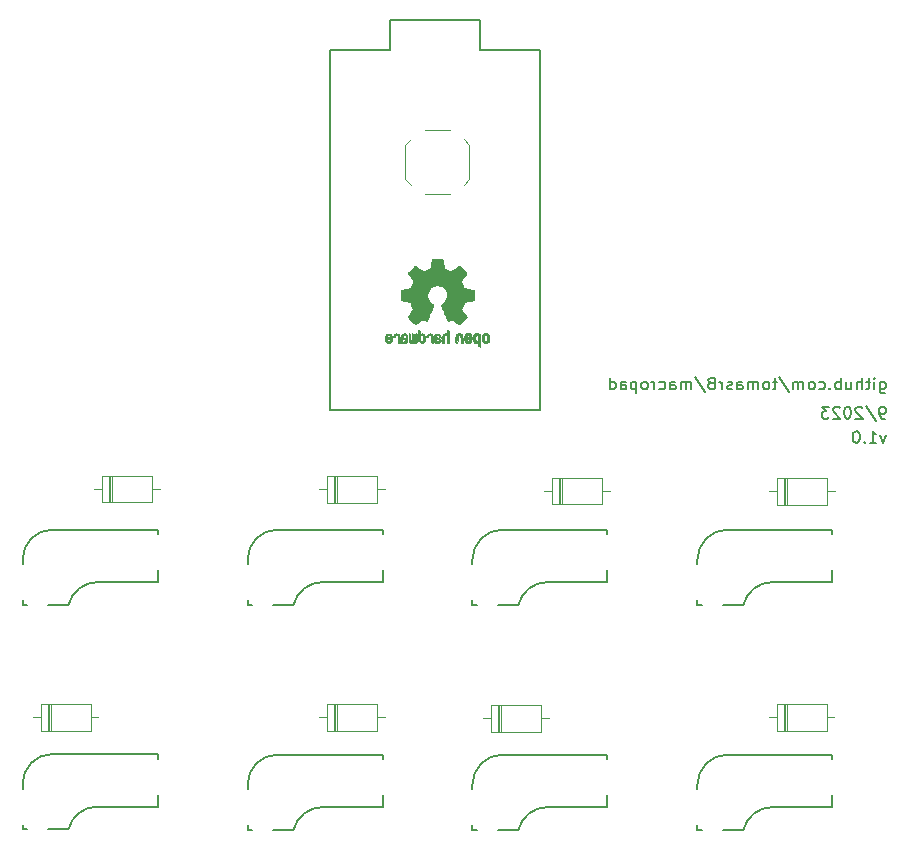
<source format=gbo>
%TF.GenerationSoftware,KiCad,Pcbnew,(6.0.8)*%
%TF.CreationDate,2023-10-01T17:03:22+02:00*%
%TF.ProjectId,macropad,6d616372-6f70-4616-942e-6b696361645f,rev?*%
%TF.SameCoordinates,Original*%
%TF.FileFunction,Legend,Bot*%
%TF.FilePolarity,Positive*%
%FSLAX46Y46*%
G04 Gerber Fmt 4.6, Leading zero omitted, Abs format (unit mm)*
G04 Created by KiCad (PCBNEW (6.0.8)) date 2023-10-01 17:03:22*
%MOMM*%
%LPD*%
G01*
G04 APERTURE LIST*
%ADD10C,0.150000*%
%ADD11C,0.010000*%
%ADD12C,0.120000*%
G04 APERTURE END LIST*
D10*
X182458571Y-87825714D02*
X182220476Y-88492380D01*
X181982380Y-87825714D01*
X181077619Y-88492380D02*
X181649047Y-88492380D01*
X181363333Y-88492380D02*
X181363333Y-87492380D01*
X181458571Y-87635238D01*
X181553809Y-87730476D01*
X181649047Y-87778095D01*
X180649047Y-88397142D02*
X180601428Y-88444761D01*
X180649047Y-88492380D01*
X180696666Y-88444761D01*
X180649047Y-88397142D01*
X180649047Y-88492380D01*
X179982380Y-87492380D02*
X179887142Y-87492380D01*
X179791904Y-87540000D01*
X179744285Y-87587619D01*
X179696666Y-87682857D01*
X179649047Y-87873333D01*
X179649047Y-88111428D01*
X179696666Y-88301904D01*
X179744285Y-88397142D01*
X179791904Y-88444761D01*
X179887142Y-88492380D01*
X179982380Y-88492380D01*
X180077619Y-88444761D01*
X180125238Y-88397142D01*
X180172857Y-88301904D01*
X180220476Y-88111428D01*
X180220476Y-87873333D01*
X180172857Y-87682857D01*
X180125238Y-87587619D01*
X180077619Y-87540000D01*
X179982380Y-87492380D01*
X181944285Y-83305714D02*
X181944285Y-84115238D01*
X181991904Y-84210476D01*
X182039523Y-84258095D01*
X182134761Y-84305714D01*
X182277619Y-84305714D01*
X182372857Y-84258095D01*
X181944285Y-83924761D02*
X182039523Y-83972380D01*
X182230000Y-83972380D01*
X182325238Y-83924761D01*
X182372857Y-83877142D01*
X182420476Y-83781904D01*
X182420476Y-83496190D01*
X182372857Y-83400952D01*
X182325238Y-83353333D01*
X182230000Y-83305714D01*
X182039523Y-83305714D01*
X181944285Y-83353333D01*
X181468095Y-83972380D02*
X181468095Y-83305714D01*
X181468095Y-82972380D02*
X181515714Y-83020000D01*
X181468095Y-83067619D01*
X181420476Y-83020000D01*
X181468095Y-82972380D01*
X181468095Y-83067619D01*
X181134761Y-83305714D02*
X180753809Y-83305714D01*
X180991904Y-82972380D02*
X180991904Y-83829523D01*
X180944285Y-83924761D01*
X180849047Y-83972380D01*
X180753809Y-83972380D01*
X180420476Y-83972380D02*
X180420476Y-82972380D01*
X179991904Y-83972380D02*
X179991904Y-83448571D01*
X180039523Y-83353333D01*
X180134761Y-83305714D01*
X180277619Y-83305714D01*
X180372857Y-83353333D01*
X180420476Y-83400952D01*
X179087142Y-83305714D02*
X179087142Y-83972380D01*
X179515714Y-83305714D02*
X179515714Y-83829523D01*
X179468095Y-83924761D01*
X179372857Y-83972380D01*
X179230000Y-83972380D01*
X179134761Y-83924761D01*
X179087142Y-83877142D01*
X178610952Y-83972380D02*
X178610952Y-82972380D01*
X178610952Y-83353333D02*
X178515714Y-83305714D01*
X178325238Y-83305714D01*
X178230000Y-83353333D01*
X178182380Y-83400952D01*
X178134761Y-83496190D01*
X178134761Y-83781904D01*
X178182380Y-83877142D01*
X178230000Y-83924761D01*
X178325238Y-83972380D01*
X178515714Y-83972380D01*
X178610952Y-83924761D01*
X177706190Y-83877142D02*
X177658571Y-83924761D01*
X177706190Y-83972380D01*
X177753809Y-83924761D01*
X177706190Y-83877142D01*
X177706190Y-83972380D01*
X176801428Y-83924761D02*
X176896666Y-83972380D01*
X177087142Y-83972380D01*
X177182380Y-83924761D01*
X177230000Y-83877142D01*
X177277619Y-83781904D01*
X177277619Y-83496190D01*
X177230000Y-83400952D01*
X177182380Y-83353333D01*
X177087142Y-83305714D01*
X176896666Y-83305714D01*
X176801428Y-83353333D01*
X176230000Y-83972380D02*
X176325238Y-83924761D01*
X176372857Y-83877142D01*
X176420476Y-83781904D01*
X176420476Y-83496190D01*
X176372857Y-83400952D01*
X176325238Y-83353333D01*
X176230000Y-83305714D01*
X176087142Y-83305714D01*
X175991904Y-83353333D01*
X175944285Y-83400952D01*
X175896666Y-83496190D01*
X175896666Y-83781904D01*
X175944285Y-83877142D01*
X175991904Y-83924761D01*
X176087142Y-83972380D01*
X176230000Y-83972380D01*
X175468095Y-83972380D02*
X175468095Y-83305714D01*
X175468095Y-83400952D02*
X175420476Y-83353333D01*
X175325238Y-83305714D01*
X175182380Y-83305714D01*
X175087142Y-83353333D01*
X175039523Y-83448571D01*
X175039523Y-83972380D01*
X175039523Y-83448571D02*
X174991904Y-83353333D01*
X174896666Y-83305714D01*
X174753809Y-83305714D01*
X174658571Y-83353333D01*
X174610952Y-83448571D01*
X174610952Y-83972380D01*
X173420476Y-82924761D02*
X174277619Y-84210476D01*
X173230000Y-83305714D02*
X172849047Y-83305714D01*
X173087142Y-82972380D02*
X173087142Y-83829523D01*
X173039523Y-83924761D01*
X172944285Y-83972380D01*
X172849047Y-83972380D01*
X172372857Y-83972380D02*
X172468095Y-83924761D01*
X172515714Y-83877142D01*
X172563333Y-83781904D01*
X172563333Y-83496190D01*
X172515714Y-83400952D01*
X172468095Y-83353333D01*
X172372857Y-83305714D01*
X172230000Y-83305714D01*
X172134761Y-83353333D01*
X172087142Y-83400952D01*
X172039523Y-83496190D01*
X172039523Y-83781904D01*
X172087142Y-83877142D01*
X172134761Y-83924761D01*
X172230000Y-83972380D01*
X172372857Y-83972380D01*
X171610952Y-83972380D02*
X171610952Y-83305714D01*
X171610952Y-83400952D02*
X171563333Y-83353333D01*
X171468095Y-83305714D01*
X171325238Y-83305714D01*
X171230000Y-83353333D01*
X171182380Y-83448571D01*
X171182380Y-83972380D01*
X171182380Y-83448571D02*
X171134761Y-83353333D01*
X171039523Y-83305714D01*
X170896666Y-83305714D01*
X170801428Y-83353333D01*
X170753809Y-83448571D01*
X170753809Y-83972380D01*
X169849047Y-83972380D02*
X169849047Y-83448571D01*
X169896666Y-83353333D01*
X169991904Y-83305714D01*
X170182380Y-83305714D01*
X170277619Y-83353333D01*
X169849047Y-83924761D02*
X169944285Y-83972380D01*
X170182380Y-83972380D01*
X170277619Y-83924761D01*
X170325238Y-83829523D01*
X170325238Y-83734285D01*
X170277619Y-83639047D01*
X170182380Y-83591428D01*
X169944285Y-83591428D01*
X169849047Y-83543809D01*
X169420476Y-83924761D02*
X169325238Y-83972380D01*
X169134761Y-83972380D01*
X169039523Y-83924761D01*
X168991904Y-83829523D01*
X168991904Y-83781904D01*
X169039523Y-83686666D01*
X169134761Y-83639047D01*
X169277619Y-83639047D01*
X169372857Y-83591428D01*
X169420476Y-83496190D01*
X169420476Y-83448571D01*
X169372857Y-83353333D01*
X169277619Y-83305714D01*
X169134761Y-83305714D01*
X169039523Y-83353333D01*
X168563333Y-83972380D02*
X168563333Y-83305714D01*
X168563333Y-83496190D02*
X168515714Y-83400952D01*
X168468095Y-83353333D01*
X168372857Y-83305714D01*
X168277619Y-83305714D01*
X167801428Y-83400952D02*
X167896666Y-83353333D01*
X167944285Y-83305714D01*
X167991904Y-83210476D01*
X167991904Y-83162857D01*
X167944285Y-83067619D01*
X167896666Y-83020000D01*
X167801428Y-82972380D01*
X167610952Y-82972380D01*
X167515714Y-83020000D01*
X167468095Y-83067619D01*
X167420476Y-83162857D01*
X167420476Y-83210476D01*
X167468095Y-83305714D01*
X167515714Y-83353333D01*
X167610952Y-83400952D01*
X167801428Y-83400952D01*
X167896666Y-83448571D01*
X167944285Y-83496190D01*
X167991904Y-83591428D01*
X167991904Y-83781904D01*
X167944285Y-83877142D01*
X167896666Y-83924761D01*
X167801428Y-83972380D01*
X167610952Y-83972380D01*
X167515714Y-83924761D01*
X167468095Y-83877142D01*
X167420476Y-83781904D01*
X167420476Y-83591428D01*
X167468095Y-83496190D01*
X167515714Y-83448571D01*
X167610952Y-83400952D01*
X166277619Y-82924761D02*
X167134761Y-84210476D01*
X165944285Y-83972380D02*
X165944285Y-83305714D01*
X165944285Y-83400952D02*
X165896666Y-83353333D01*
X165801428Y-83305714D01*
X165658571Y-83305714D01*
X165563333Y-83353333D01*
X165515714Y-83448571D01*
X165515714Y-83972380D01*
X165515714Y-83448571D02*
X165468095Y-83353333D01*
X165372857Y-83305714D01*
X165230000Y-83305714D01*
X165134761Y-83353333D01*
X165087142Y-83448571D01*
X165087142Y-83972380D01*
X164182380Y-83972380D02*
X164182380Y-83448571D01*
X164230000Y-83353333D01*
X164325238Y-83305714D01*
X164515714Y-83305714D01*
X164610952Y-83353333D01*
X164182380Y-83924761D02*
X164277619Y-83972380D01*
X164515714Y-83972380D01*
X164610952Y-83924761D01*
X164658571Y-83829523D01*
X164658571Y-83734285D01*
X164610952Y-83639047D01*
X164515714Y-83591428D01*
X164277619Y-83591428D01*
X164182380Y-83543809D01*
X163277619Y-83924761D02*
X163372857Y-83972380D01*
X163563333Y-83972380D01*
X163658571Y-83924761D01*
X163706190Y-83877142D01*
X163753809Y-83781904D01*
X163753809Y-83496190D01*
X163706190Y-83400952D01*
X163658571Y-83353333D01*
X163563333Y-83305714D01*
X163372857Y-83305714D01*
X163277619Y-83353333D01*
X162849047Y-83972380D02*
X162849047Y-83305714D01*
X162849047Y-83496190D02*
X162801428Y-83400952D01*
X162753809Y-83353333D01*
X162658571Y-83305714D01*
X162563333Y-83305714D01*
X162087142Y-83972380D02*
X162182380Y-83924761D01*
X162230000Y-83877142D01*
X162277619Y-83781904D01*
X162277619Y-83496190D01*
X162230000Y-83400952D01*
X162182380Y-83353333D01*
X162087142Y-83305714D01*
X161944285Y-83305714D01*
X161849047Y-83353333D01*
X161801428Y-83400952D01*
X161753809Y-83496190D01*
X161753809Y-83781904D01*
X161801428Y-83877142D01*
X161849047Y-83924761D01*
X161944285Y-83972380D01*
X162087142Y-83972380D01*
X161325238Y-83305714D02*
X161325238Y-84305714D01*
X161325238Y-83353333D02*
X161230000Y-83305714D01*
X161039523Y-83305714D01*
X160944285Y-83353333D01*
X160896666Y-83400952D01*
X160849047Y-83496190D01*
X160849047Y-83781904D01*
X160896666Y-83877142D01*
X160944285Y-83924761D01*
X161039523Y-83972380D01*
X161230000Y-83972380D01*
X161325238Y-83924761D01*
X159991904Y-83972380D02*
X159991904Y-83448571D01*
X160039523Y-83353333D01*
X160134761Y-83305714D01*
X160325238Y-83305714D01*
X160420476Y-83353333D01*
X159991904Y-83924761D02*
X160087142Y-83972380D01*
X160325238Y-83972380D01*
X160420476Y-83924761D01*
X160468095Y-83829523D01*
X160468095Y-83734285D01*
X160420476Y-83639047D01*
X160325238Y-83591428D01*
X160087142Y-83591428D01*
X159991904Y-83543809D01*
X159087142Y-83972380D02*
X159087142Y-82972380D01*
X159087142Y-83924761D02*
X159182380Y-83972380D01*
X159372857Y-83972380D01*
X159468095Y-83924761D01*
X159515714Y-83877142D01*
X159563333Y-83781904D01*
X159563333Y-83496190D01*
X159515714Y-83400952D01*
X159468095Y-83353333D01*
X159372857Y-83305714D01*
X159182380Y-83305714D01*
X159087142Y-83353333D01*
X182349047Y-86442380D02*
X182158571Y-86442380D01*
X182063333Y-86394761D01*
X182015714Y-86347142D01*
X181920476Y-86204285D01*
X181872857Y-86013809D01*
X181872857Y-85632857D01*
X181920476Y-85537619D01*
X181968095Y-85490000D01*
X182063333Y-85442380D01*
X182253809Y-85442380D01*
X182349047Y-85490000D01*
X182396666Y-85537619D01*
X182444285Y-85632857D01*
X182444285Y-85870952D01*
X182396666Y-85966190D01*
X182349047Y-86013809D01*
X182253809Y-86061428D01*
X182063333Y-86061428D01*
X181968095Y-86013809D01*
X181920476Y-85966190D01*
X181872857Y-85870952D01*
X180730000Y-85394761D02*
X181587142Y-86680476D01*
X180444285Y-85537619D02*
X180396666Y-85490000D01*
X180301428Y-85442380D01*
X180063333Y-85442380D01*
X179968095Y-85490000D01*
X179920476Y-85537619D01*
X179872857Y-85632857D01*
X179872857Y-85728095D01*
X179920476Y-85870952D01*
X180491904Y-86442380D01*
X179872857Y-86442380D01*
X179253809Y-85442380D02*
X179158571Y-85442380D01*
X179063333Y-85490000D01*
X179015714Y-85537619D01*
X178968095Y-85632857D01*
X178920476Y-85823333D01*
X178920476Y-86061428D01*
X178968095Y-86251904D01*
X179015714Y-86347142D01*
X179063333Y-86394761D01*
X179158571Y-86442380D01*
X179253809Y-86442380D01*
X179349047Y-86394761D01*
X179396666Y-86347142D01*
X179444285Y-86251904D01*
X179491904Y-86061428D01*
X179491904Y-85823333D01*
X179444285Y-85632857D01*
X179396666Y-85537619D01*
X179349047Y-85490000D01*
X179253809Y-85442380D01*
X178539523Y-85537619D02*
X178491904Y-85490000D01*
X178396666Y-85442380D01*
X178158571Y-85442380D01*
X178063333Y-85490000D01*
X178015714Y-85537619D01*
X177968095Y-85632857D01*
X177968095Y-85728095D01*
X178015714Y-85870952D01*
X178587142Y-86442380D01*
X177968095Y-86442380D01*
X177634761Y-85442380D02*
X177015714Y-85442380D01*
X177349047Y-85823333D01*
X177206190Y-85823333D01*
X177110952Y-85870952D01*
X177063333Y-85918571D01*
X177015714Y-86013809D01*
X177015714Y-86251904D01*
X177063333Y-86347142D01*
X177110952Y-86394761D01*
X177206190Y-86442380D01*
X177491904Y-86442380D01*
X177587142Y-86394761D01*
X177634761Y-86347142D01*
%TO.C,REF\u002A\u002A*%
G36*
X146386372Y-79201684D02*
G01*
X146477629Y-79244569D01*
X146552416Y-79318729D01*
X146567917Y-79341944D01*
X146580774Y-79368256D01*
X146589893Y-79401420D01*
X146596102Y-79447881D01*
X146600233Y-79514082D01*
X146603116Y-79606468D01*
X146605579Y-79731485D01*
X146611697Y-80078278D01*
X146560303Y-80058738D01*
X146513246Y-80040787D01*
X146478015Y-80023511D01*
X146455017Y-80001242D01*
X146441655Y-79967165D01*
X146435328Y-79914463D01*
X146433437Y-79836323D01*
X146433385Y-79725928D01*
X146433117Y-79637935D01*
X146431521Y-79553502D01*
X146427712Y-79495834D01*
X146420820Y-79457988D01*
X146409975Y-79433024D01*
X146394308Y-79414000D01*
X146355792Y-79387153D01*
X146291091Y-79377034D01*
X146227081Y-79402606D01*
X146222856Y-79405880D01*
X146209689Y-79421007D01*
X146199975Y-79445268D01*
X146192903Y-79484650D01*
X146187656Y-79545141D01*
X146183421Y-79632729D01*
X146179385Y-79753402D01*
X146169615Y-80076515D01*
X146003539Y-80002065D01*
X146003539Y-79707062D01*
X146003883Y-79626919D01*
X146006847Y-79515431D01*
X146014351Y-79432421D01*
X146028190Y-79371199D01*
X146050155Y-79325075D01*
X146082039Y-79287358D01*
X146125633Y-79251358D01*
X146188336Y-79215089D01*
X146287117Y-79191412D01*
X146386372Y-79201684D01*
G37*
D11*
X146386372Y-79201684D02*
X146477629Y-79244569D01*
X146552416Y-79318729D01*
X146567917Y-79341944D01*
X146580774Y-79368256D01*
X146589893Y-79401420D01*
X146596102Y-79447881D01*
X146600233Y-79514082D01*
X146603116Y-79606468D01*
X146605579Y-79731485D01*
X146611697Y-80078278D01*
X146560303Y-80058738D01*
X146513246Y-80040787D01*
X146478015Y-80023511D01*
X146455017Y-80001242D01*
X146441655Y-79967165D01*
X146435328Y-79914463D01*
X146433437Y-79836323D01*
X146433385Y-79725928D01*
X146433117Y-79637935D01*
X146431521Y-79553502D01*
X146427712Y-79495834D01*
X146420820Y-79457988D01*
X146409975Y-79433024D01*
X146394308Y-79414000D01*
X146355792Y-79387153D01*
X146291091Y-79377034D01*
X146227081Y-79402606D01*
X146222856Y-79405880D01*
X146209689Y-79421007D01*
X146199975Y-79445268D01*
X146192903Y-79484650D01*
X146187656Y-79545141D01*
X146183421Y-79632729D01*
X146179385Y-79753402D01*
X146169615Y-80076515D01*
X146003539Y-80002065D01*
X146003539Y-79707062D01*
X146003883Y-79626919D01*
X146006847Y-79515431D01*
X146014351Y-79432421D01*
X146028190Y-79371199D01*
X146050155Y-79325075D01*
X146082039Y-79287358D01*
X146125633Y-79251358D01*
X146188336Y-79215089D01*
X146287117Y-79191412D01*
X146386372Y-79201684D01*
G36*
X143422839Y-79724652D02*
G01*
X143411810Y-79828507D01*
X143387814Y-79906333D01*
X143348043Y-79965760D01*
X143289688Y-80014418D01*
X143234100Y-80042546D01*
X143140751Y-80058199D01*
X143047530Y-80041084D01*
X142963272Y-79993388D01*
X142896818Y-79917294D01*
X142888793Y-79903262D01*
X142878196Y-79878679D01*
X142870335Y-79847309D01*
X142864807Y-79803769D01*
X142861206Y-79742678D01*
X142859128Y-79658655D01*
X142859064Y-79651200D01*
X142994615Y-79651200D01*
X142995077Y-79722316D01*
X142997999Y-79786641D01*
X143005221Y-79828166D01*
X143018561Y-79856067D01*
X143039836Y-79879517D01*
X143044821Y-79884025D01*
X143108863Y-79917295D01*
X143176625Y-79913890D01*
X143239734Y-79874042D01*
X143258526Y-79853398D01*
X143274254Y-79826029D01*
X143283039Y-79788192D01*
X143286859Y-79730355D01*
X143287692Y-79642986D01*
X143287281Y-79576319D01*
X143284434Y-79511245D01*
X143277256Y-79469251D01*
X143263889Y-79441063D01*
X143242472Y-79417406D01*
X143229890Y-79406753D01*
X143164699Y-79378057D01*
X143096400Y-79382575D01*
X143037098Y-79420144D01*
X143024333Y-79435040D01*
X143008764Y-79463089D01*
X142999762Y-79502258D01*
X142995617Y-79561858D01*
X142994615Y-79651200D01*
X142859064Y-79651200D01*
X142858167Y-79546320D01*
X142857919Y-79400289D01*
X142857846Y-78946963D01*
X142921346Y-78973564D01*
X142938136Y-78980845D01*
X142964859Y-78997287D01*
X142980156Y-79022187D01*
X142988563Y-79065732D01*
X142994615Y-79138106D01*
X143000144Y-79203089D01*
X143007450Y-79245750D01*
X143017918Y-79261670D01*
X143033692Y-79257400D01*
X143073890Y-79242397D01*
X143145728Y-79238678D01*
X143223010Y-79252572D01*
X143289688Y-79282505D01*
X143326371Y-79310211D01*
X143373472Y-79364269D01*
X143403638Y-79433577D01*
X143419678Y-79525765D01*
X143424191Y-79642986D01*
X143424401Y-79648462D01*
X143422839Y-79724652D01*
G37*
X143422839Y-79724652D02*
X143411810Y-79828507D01*
X143387814Y-79906333D01*
X143348043Y-79965760D01*
X143289688Y-80014418D01*
X143234100Y-80042546D01*
X143140751Y-80058199D01*
X143047530Y-80041084D01*
X142963272Y-79993388D01*
X142896818Y-79917294D01*
X142888793Y-79903262D01*
X142878196Y-79878679D01*
X142870335Y-79847309D01*
X142864807Y-79803769D01*
X142861206Y-79742678D01*
X142859128Y-79658655D01*
X142859064Y-79651200D01*
X142994615Y-79651200D01*
X142995077Y-79722316D01*
X142997999Y-79786641D01*
X143005221Y-79828166D01*
X143018561Y-79856067D01*
X143039836Y-79879517D01*
X143044821Y-79884025D01*
X143108863Y-79917295D01*
X143176625Y-79913890D01*
X143239734Y-79874042D01*
X143258526Y-79853398D01*
X143274254Y-79826029D01*
X143283039Y-79788192D01*
X143286859Y-79730355D01*
X143287692Y-79642986D01*
X143287281Y-79576319D01*
X143284434Y-79511245D01*
X143277256Y-79469251D01*
X143263889Y-79441063D01*
X143242472Y-79417406D01*
X143229890Y-79406753D01*
X143164699Y-79378057D01*
X143096400Y-79382575D01*
X143037098Y-79420144D01*
X143024333Y-79435040D01*
X143008764Y-79463089D01*
X142999762Y-79502258D01*
X142995617Y-79561858D01*
X142994615Y-79651200D01*
X142859064Y-79651200D01*
X142858167Y-79546320D01*
X142857919Y-79400289D01*
X142857846Y-78946963D01*
X142921346Y-78973564D01*
X142938136Y-78980845D01*
X142964859Y-78997287D01*
X142980156Y-79022187D01*
X142988563Y-79065732D01*
X142994615Y-79138106D01*
X143000144Y-79203089D01*
X143007450Y-79245750D01*
X143017918Y-79261670D01*
X143033692Y-79257400D01*
X143073890Y-79242397D01*
X143145728Y-79238678D01*
X143223010Y-79252572D01*
X143289688Y-79282505D01*
X143326371Y-79310211D01*
X143373472Y-79364269D01*
X143403638Y-79433577D01*
X143419678Y-79525765D01*
X143424191Y-79642986D01*
X143424401Y-79648462D01*
X143422839Y-79724652D01*
G36*
X145436923Y-79001806D02*
G01*
X145436923Y-79536455D01*
X145436660Y-79675094D01*
X145435958Y-79799805D01*
X145434883Y-79905557D01*
X145433500Y-79987322D01*
X145431874Y-80040069D01*
X145430070Y-80058769D01*
X145429364Y-80058706D01*
X145405387Y-80051912D01*
X145361685Y-80037320D01*
X145300154Y-80015870D01*
X145300154Y-79740617D01*
X145299763Y-79632466D01*
X145297946Y-79554026D01*
X145293767Y-79500647D01*
X145286286Y-79465256D01*
X145274567Y-79440779D01*
X145257671Y-79420144D01*
X145246152Y-79409170D01*
X145183864Y-79378775D01*
X145115211Y-79381466D01*
X145052298Y-79417406D01*
X145043139Y-79426325D01*
X145028471Y-79444844D01*
X145018433Y-79469326D01*
X145012151Y-79506393D01*
X145008748Y-79562667D01*
X145007349Y-79644771D01*
X145007077Y-79759329D01*
X145006947Y-79817430D01*
X145006099Y-79912993D01*
X145004594Y-79989526D01*
X145002585Y-80040345D01*
X145000223Y-80058769D01*
X144999518Y-80058706D01*
X144975541Y-80051912D01*
X144931839Y-80037320D01*
X144870308Y-80015870D01*
X144870338Y-79739358D01*
X144870384Y-79714742D01*
X144872970Y-79586419D01*
X144880913Y-79489384D01*
X144896155Y-79417057D01*
X144920636Y-79362855D01*
X144956298Y-79320198D01*
X145005082Y-79282505D01*
X145052661Y-79258910D01*
X145128732Y-79240672D01*
X145203556Y-79239636D01*
X145261077Y-79257378D01*
X145265402Y-79259829D01*
X145278738Y-79259566D01*
X145287851Y-79239039D01*
X145294428Y-79191980D01*
X145300154Y-79112120D01*
X145309923Y-78948236D01*
X145436923Y-79001806D01*
G37*
X145436923Y-79001806D02*
X145436923Y-79536455D01*
X145436660Y-79675094D01*
X145435958Y-79799805D01*
X145434883Y-79905557D01*
X145433500Y-79987322D01*
X145431874Y-80040069D01*
X145430070Y-80058769D01*
X145429364Y-80058706D01*
X145405387Y-80051912D01*
X145361685Y-80037320D01*
X145300154Y-80015870D01*
X145300154Y-79740617D01*
X145299763Y-79632466D01*
X145297946Y-79554026D01*
X145293767Y-79500647D01*
X145286286Y-79465256D01*
X145274567Y-79440779D01*
X145257671Y-79420144D01*
X145246152Y-79409170D01*
X145183864Y-79378775D01*
X145115211Y-79381466D01*
X145052298Y-79417406D01*
X145043139Y-79426325D01*
X145028471Y-79444844D01*
X145018433Y-79469326D01*
X145012151Y-79506393D01*
X145008748Y-79562667D01*
X145007349Y-79644771D01*
X145007077Y-79759329D01*
X145006947Y-79817430D01*
X145006099Y-79912993D01*
X145004594Y-79989526D01*
X145002585Y-80040345D01*
X145000223Y-80058769D01*
X144999518Y-80058706D01*
X144975541Y-80051912D01*
X144931839Y-80037320D01*
X144870308Y-80015870D01*
X144870338Y-79739358D01*
X144870384Y-79714742D01*
X144872970Y-79586419D01*
X144880913Y-79489384D01*
X144896155Y-79417057D01*
X144920636Y-79362855D01*
X144956298Y-79320198D01*
X145005082Y-79282505D01*
X145052661Y-79258910D01*
X145128732Y-79240672D01*
X145203556Y-79239636D01*
X145261077Y-79257378D01*
X145265402Y-79259829D01*
X145278738Y-79259566D01*
X145287851Y-79239039D01*
X145294428Y-79191980D01*
X145300154Y-79112120D01*
X145309923Y-78948236D01*
X145436923Y-79001806D01*
G36*
X144580458Y-79259228D02*
G01*
X144647622Y-79298389D01*
X144677169Y-79328902D01*
X144733948Y-79420110D01*
X144753077Y-79519548D01*
X144753077Y-79587960D01*
X144690191Y-79561518D01*
X144646700Y-79534837D01*
X144612426Y-79479446D01*
X144608907Y-79468024D01*
X144571028Y-79409838D01*
X144513936Y-79378407D01*
X144448383Y-79377058D01*
X144385117Y-79409116D01*
X144375672Y-79417383D01*
X144344087Y-79453311D01*
X144338871Y-79484635D01*
X144362765Y-79515391D01*
X144418510Y-79549617D01*
X144508846Y-79591350D01*
X144514956Y-79593993D01*
X144615241Y-79640755D01*
X144683735Y-79682181D01*
X144725899Y-79723542D01*
X144747193Y-79770111D01*
X144753077Y-79827160D01*
X144745366Y-79890408D01*
X144706430Y-79971364D01*
X144637932Y-80029522D01*
X144588388Y-80046983D01*
X144518469Y-80056537D01*
X144450575Y-80054496D01*
X144402093Y-80040082D01*
X144396943Y-80036493D01*
X144383267Y-80011416D01*
X144392757Y-79967218D01*
X144409246Y-79932527D01*
X144435687Y-79918084D01*
X144485834Y-79918803D01*
X144555453Y-79914660D01*
X144600943Y-79886054D01*
X144616308Y-79833104D01*
X144616294Y-79831582D01*
X144606983Y-79800845D01*
X144575311Y-79772643D01*
X144513731Y-79740136D01*
X144429986Y-79700998D01*
X144374518Y-79679706D01*
X144342497Y-79681079D01*
X144327534Y-79709203D01*
X144323242Y-79768170D01*
X144323231Y-79862068D01*
X144322752Y-79920031D01*
X144320556Y-79991612D01*
X144316986Y-80040606D01*
X144312491Y-80058769D01*
X144311290Y-80058646D01*
X144285319Y-80048802D01*
X144242305Y-80028028D01*
X144182859Y-79997287D01*
X144189923Y-79720298D01*
X144190414Y-79701928D01*
X144196025Y-79572992D01*
X144205938Y-79475814D01*
X144222175Y-79403925D01*
X144246759Y-79350852D01*
X144281715Y-79310127D01*
X144329064Y-79275279D01*
X144329940Y-79274733D01*
X144406499Y-79246303D01*
X144495044Y-79241500D01*
X144580458Y-79259228D01*
G37*
X144580458Y-79259228D02*
X144647622Y-79298389D01*
X144677169Y-79328902D01*
X144733948Y-79420110D01*
X144753077Y-79519548D01*
X144753077Y-79587960D01*
X144690191Y-79561518D01*
X144646700Y-79534837D01*
X144612426Y-79479446D01*
X144608907Y-79468024D01*
X144571028Y-79409838D01*
X144513936Y-79378407D01*
X144448383Y-79377058D01*
X144385117Y-79409116D01*
X144375672Y-79417383D01*
X144344087Y-79453311D01*
X144338871Y-79484635D01*
X144362765Y-79515391D01*
X144418510Y-79549617D01*
X144508846Y-79591350D01*
X144514956Y-79593993D01*
X144615241Y-79640755D01*
X144683735Y-79682181D01*
X144725899Y-79723542D01*
X144747193Y-79770111D01*
X144753077Y-79827160D01*
X144745366Y-79890408D01*
X144706430Y-79971364D01*
X144637932Y-80029522D01*
X144588388Y-80046983D01*
X144518469Y-80056537D01*
X144450575Y-80054496D01*
X144402093Y-80040082D01*
X144396943Y-80036493D01*
X144383267Y-80011416D01*
X144392757Y-79967218D01*
X144409246Y-79932527D01*
X144435687Y-79918084D01*
X144485834Y-79918803D01*
X144555453Y-79914660D01*
X144600943Y-79886054D01*
X144616308Y-79833104D01*
X144616294Y-79831582D01*
X144606983Y-79800845D01*
X144575311Y-79772643D01*
X144513731Y-79740136D01*
X144429986Y-79700998D01*
X144374518Y-79679706D01*
X144342497Y-79681079D01*
X144327534Y-79709203D01*
X144323242Y-79768170D01*
X144323231Y-79862068D01*
X144322752Y-79920031D01*
X144320556Y-79991612D01*
X144316986Y-80040606D01*
X144312491Y-80058769D01*
X144311290Y-80058646D01*
X144285319Y-80048802D01*
X144242305Y-80028028D01*
X144182859Y-79997287D01*
X144189923Y-79720298D01*
X144190414Y-79701928D01*
X144196025Y-79572992D01*
X144205938Y-79475814D01*
X144222175Y-79403925D01*
X144246759Y-79350852D01*
X144281715Y-79310127D01*
X144329064Y-79275279D01*
X144329940Y-79274733D01*
X144406499Y-79246303D01*
X144495044Y-79241500D01*
X144580458Y-79259228D01*
G36*
X148109763Y-79868269D02*
G01*
X148110300Y-79911802D01*
X148112019Y-80057344D01*
X148112365Y-80168711D01*
X148110277Y-80249804D01*
X148104698Y-80304522D01*
X148094567Y-80336761D01*
X148078826Y-80350422D01*
X148056417Y-80349403D01*
X148026280Y-80337603D01*
X147987355Y-80318920D01*
X147979038Y-80314933D01*
X147944402Y-80295419D01*
X147926314Y-80272202D01*
X147919392Y-80233492D01*
X147918256Y-80167497D01*
X147918205Y-80049000D01*
X147796141Y-80049000D01*
X147721055Y-80045712D01*
X147662015Y-80032377D01*
X147612986Y-80005423D01*
X147609330Y-80002788D01*
X147559581Y-79958286D01*
X147524959Y-79904523D01*
X147503123Y-79834154D01*
X147491737Y-79739830D01*
X147488959Y-79633271D01*
X147683846Y-79633271D01*
X147683880Y-79651131D01*
X147685735Y-79731748D01*
X147691693Y-79784447D01*
X147703506Y-79818668D01*
X147722923Y-79843846D01*
X147724133Y-79845049D01*
X147771858Y-79877628D01*
X147818110Y-79874417D01*
X147870350Y-79834965D01*
X147883128Y-79821482D01*
X147901949Y-79793837D01*
X147912562Y-79757880D01*
X147917252Y-79703364D01*
X147918308Y-79620042D01*
X147917394Y-79569598D01*
X147907477Y-79477857D01*
X147884842Y-79417752D01*
X147847238Y-79384900D01*
X147792416Y-79374923D01*
X147769317Y-79377050D01*
X147729350Y-79398147D01*
X147702926Y-79445161D01*
X147688330Y-79522175D01*
X147683846Y-79633271D01*
X147488959Y-79633271D01*
X147488462Y-79614206D01*
X147489187Y-79522536D01*
X147492490Y-79453098D01*
X147499828Y-79404945D01*
X147512655Y-79368866D01*
X147532423Y-79335648D01*
X147550569Y-79310261D01*
X147616461Y-79241727D01*
X147691114Y-79204505D01*
X147784904Y-79192722D01*
X147892240Y-79204467D01*
X147985031Y-79246595D01*
X148058421Y-79320898D01*
X148063954Y-79328764D01*
X148076857Y-79349668D01*
X148086742Y-79373555D01*
X148094093Y-79405582D01*
X148099394Y-79450905D01*
X148103127Y-79514679D01*
X148105778Y-79602060D01*
X148106096Y-79620042D01*
X148107828Y-79718205D01*
X148109763Y-79868269D01*
G37*
X148109763Y-79868269D02*
X148110300Y-79911802D01*
X148112019Y-80057344D01*
X148112365Y-80168711D01*
X148110277Y-80249804D01*
X148104698Y-80304522D01*
X148094567Y-80336761D01*
X148078826Y-80350422D01*
X148056417Y-80349403D01*
X148026280Y-80337603D01*
X147987355Y-80318920D01*
X147979038Y-80314933D01*
X147944402Y-80295419D01*
X147926314Y-80272202D01*
X147919392Y-80233492D01*
X147918256Y-80167497D01*
X147918205Y-80049000D01*
X147796141Y-80049000D01*
X147721055Y-80045712D01*
X147662015Y-80032377D01*
X147612986Y-80005423D01*
X147609330Y-80002788D01*
X147559581Y-79958286D01*
X147524959Y-79904523D01*
X147503123Y-79834154D01*
X147491737Y-79739830D01*
X147488959Y-79633271D01*
X147683846Y-79633271D01*
X147683880Y-79651131D01*
X147685735Y-79731748D01*
X147691693Y-79784447D01*
X147703506Y-79818668D01*
X147722923Y-79843846D01*
X147724133Y-79845049D01*
X147771858Y-79877628D01*
X147818110Y-79874417D01*
X147870350Y-79834965D01*
X147883128Y-79821482D01*
X147901949Y-79793837D01*
X147912562Y-79757880D01*
X147917252Y-79703364D01*
X147918308Y-79620042D01*
X147917394Y-79569598D01*
X147907477Y-79477857D01*
X147884842Y-79417752D01*
X147847238Y-79384900D01*
X147792416Y-79374923D01*
X147769317Y-79377050D01*
X147729350Y-79398147D01*
X147702926Y-79445161D01*
X147688330Y-79522175D01*
X147683846Y-79633271D01*
X147488959Y-79633271D01*
X147488462Y-79614206D01*
X147489187Y-79522536D01*
X147492490Y-79453098D01*
X147499828Y-79404945D01*
X147512655Y-79368866D01*
X147532423Y-79335648D01*
X147550569Y-79310261D01*
X147616461Y-79241727D01*
X147691114Y-79204505D01*
X147784904Y-79192722D01*
X147892240Y-79204467D01*
X147985031Y-79246595D01*
X148058421Y-79320898D01*
X148063954Y-79328764D01*
X148076857Y-79349668D01*
X148086742Y-79373555D01*
X148094093Y-79405582D01*
X148099394Y-79450905D01*
X148103127Y-79514679D01*
X148105778Y-79602060D01*
X148106096Y-79620042D01*
X148107828Y-79718205D01*
X148109763Y-79868269D01*
G36*
X148856135Y-79650105D02*
G01*
X148855076Y-79744584D01*
X148851436Y-79810414D01*
X148843892Y-79856394D01*
X148831122Y-79891321D01*
X148811803Y-79923995D01*
X148807050Y-79930775D01*
X148756759Y-79984231D01*
X148699457Y-80024547D01*
X148670032Y-80037629D01*
X148564299Y-80059450D01*
X148459734Y-80045336D01*
X148363368Y-79997105D01*
X148282235Y-79916579D01*
X148275385Y-79905791D01*
X148253097Y-79843153D01*
X148238079Y-79755935D01*
X148230792Y-79655210D01*
X148231611Y-79562037D01*
X148428796Y-79562037D01*
X148430349Y-79691114D01*
X148430974Y-79699420D01*
X148440077Y-79770643D01*
X148456288Y-79815809D01*
X148483660Y-79846752D01*
X148529553Y-79875737D01*
X148574942Y-79877261D01*
X148621692Y-79843846D01*
X148629824Y-79835053D01*
X148645754Y-79808741D01*
X148655159Y-79770520D01*
X148659632Y-79711349D01*
X148660769Y-79622182D01*
X148658822Y-79538664D01*
X148649105Y-79459095D01*
X148629047Y-79408808D01*
X148596240Y-79382513D01*
X148548280Y-79374923D01*
X148530016Y-79376432D01*
X148478848Y-79404107D01*
X148445035Y-79466172D01*
X148428796Y-79562037D01*
X148231611Y-79562037D01*
X148231699Y-79552052D01*
X148241262Y-79457533D01*
X148259943Y-79382727D01*
X148283951Y-79332905D01*
X148351536Y-79255409D01*
X148443114Y-79207256D01*
X148555213Y-79190703D01*
X148585151Y-79191599D01*
X148673315Y-79209929D01*
X148745733Y-79256104D01*
X148812192Y-79335648D01*
X148816147Y-79341548D01*
X148834040Y-79373288D01*
X148845678Y-79409163D01*
X148852371Y-79457906D01*
X148855426Y-79528249D01*
X148856106Y-79622182D01*
X148856154Y-79628923D01*
X148856135Y-79650105D01*
G37*
X148856135Y-79650105D02*
X148855076Y-79744584D01*
X148851436Y-79810414D01*
X148843892Y-79856394D01*
X148831122Y-79891321D01*
X148811803Y-79923995D01*
X148807050Y-79930775D01*
X148756759Y-79984231D01*
X148699457Y-80024547D01*
X148670032Y-80037629D01*
X148564299Y-80059450D01*
X148459734Y-80045336D01*
X148363368Y-79997105D01*
X148282235Y-79916579D01*
X148275385Y-79905791D01*
X148253097Y-79843153D01*
X148238079Y-79755935D01*
X148230792Y-79655210D01*
X148231611Y-79562037D01*
X148428796Y-79562037D01*
X148430349Y-79691114D01*
X148430974Y-79699420D01*
X148440077Y-79770643D01*
X148456288Y-79815809D01*
X148483660Y-79846752D01*
X148529553Y-79875737D01*
X148574942Y-79877261D01*
X148621692Y-79843846D01*
X148629824Y-79835053D01*
X148645754Y-79808741D01*
X148655159Y-79770520D01*
X148659632Y-79711349D01*
X148660769Y-79622182D01*
X148658822Y-79538664D01*
X148649105Y-79459095D01*
X148629047Y-79408808D01*
X148596240Y-79382513D01*
X148548280Y-79374923D01*
X148530016Y-79376432D01*
X148478848Y-79404107D01*
X148445035Y-79466172D01*
X148428796Y-79562037D01*
X148231611Y-79562037D01*
X148231699Y-79552052D01*
X148241262Y-79457533D01*
X148259943Y-79382727D01*
X148283951Y-79332905D01*
X148351536Y-79255409D01*
X148443114Y-79207256D01*
X148555213Y-79190703D01*
X148585151Y-79191599D01*
X148673315Y-79209929D01*
X148745733Y-79256104D01*
X148812192Y-79335648D01*
X148816147Y-79341548D01*
X148834040Y-79373288D01*
X148845678Y-79409163D01*
X148852371Y-79457906D01*
X148855426Y-79528249D01*
X148856106Y-79622182D01*
X148856154Y-79628923D01*
X148856135Y-79650105D01*
G36*
X144477575Y-72907693D02*
G01*
X144613371Y-72907807D01*
X144715576Y-72908472D01*
X144789122Y-72910182D01*
X144838942Y-72913429D01*
X144869967Y-72918706D01*
X144887129Y-72926507D01*
X144895361Y-72937325D01*
X144899594Y-72951654D01*
X144899716Y-72952168D01*
X144906672Y-72985851D01*
X144919320Y-73050917D01*
X144936360Y-73140542D01*
X144956496Y-73247904D01*
X144978429Y-73366178D01*
X144980218Y-73375856D01*
X145002083Y-73490650D01*
X145022430Y-73591480D01*
X145039934Y-73672217D01*
X145053271Y-73726734D01*
X145061116Y-73748901D01*
X145061158Y-73748936D01*
X145085884Y-73761200D01*
X145136631Y-73781576D01*
X145202462Y-73805674D01*
X145206169Y-73806983D01*
X145290331Y-73838791D01*
X145388230Y-73878685D01*
X145479435Y-73918353D01*
X145629407Y-73986420D01*
X145961499Y-73759639D01*
X145984889Y-73743688D01*
X146085080Y-73675890D01*
X146174480Y-73616208D01*
X146247745Y-73568156D01*
X146299527Y-73535250D01*
X146324480Y-73521004D01*
X146341577Y-73524270D01*
X146380395Y-73549571D01*
X146440385Y-73599675D01*
X146523210Y-73675989D01*
X146630535Y-73779922D01*
X146640139Y-73789382D01*
X146725302Y-73874145D01*
X146800949Y-73950937D01*
X146862449Y-74014947D01*
X146905173Y-74061361D01*
X146924489Y-74085369D01*
X146924552Y-74085485D01*
X146927006Y-74103763D01*
X146917956Y-74133411D01*
X146895119Y-74178486D01*
X146856213Y-74243044D01*
X146798954Y-74331140D01*
X146721059Y-74446830D01*
X146707785Y-74466357D01*
X146640652Y-74565278D01*
X146581410Y-74652848D01*
X146533588Y-74723831D01*
X146500715Y-74772991D01*
X146486318Y-74795095D01*
X146485232Y-74799777D01*
X146492044Y-74834710D01*
X146512450Y-74891753D01*
X146543123Y-74961172D01*
X146584808Y-75051959D01*
X146631352Y-75159686D01*
X146670877Y-75257192D01*
X146680676Y-75282430D01*
X146706340Y-75346870D01*
X146725193Y-75391763D01*
X146733710Y-75408616D01*
X146743111Y-75409875D01*
X146785363Y-75417159D01*
X146854521Y-75429739D01*
X146943387Y-75446246D01*
X147044768Y-75465312D01*
X147151467Y-75485569D01*
X147256288Y-75505647D01*
X147352036Y-75524179D01*
X147431516Y-75539795D01*
X147487530Y-75551127D01*
X147512885Y-75556807D01*
X147517088Y-75558408D01*
X147527334Y-75567045D01*
X147534957Y-75585433D01*
X147540338Y-75618460D01*
X147543859Y-75671013D01*
X147545901Y-75747979D01*
X147546847Y-75854246D01*
X147547077Y-75994701D01*
X147547077Y-76421845D01*
X147444500Y-76442091D01*
X147432092Y-76444518D01*
X147366199Y-76457088D01*
X147275084Y-76474170D01*
X147169104Y-76493829D01*
X147058615Y-76514132D01*
X147015105Y-76522299D01*
X146917882Y-76542167D01*
X146836858Y-76560954D01*
X146779477Y-76576859D01*
X146753187Y-76588079D01*
X146741273Y-76606411D01*
X146719583Y-76654916D01*
X146697395Y-76717692D01*
X146689585Y-76741200D01*
X146660835Y-76818366D01*
X146623752Y-76909694D01*
X146584375Y-77000093D01*
X146563315Y-77047310D01*
X146533311Y-77117837D01*
X146512692Y-77170655D01*
X146505026Y-77196912D01*
X146505452Y-77198894D01*
X146519993Y-77226751D01*
X146552783Y-77280510D01*
X146600493Y-77354963D01*
X146659798Y-77444897D01*
X146727369Y-77545104D01*
X146949713Y-77871416D01*
X146657601Y-78164016D01*
X146629349Y-78192171D01*
X146542961Y-78276449D01*
X146465756Y-78349128D01*
X146402258Y-78406112D01*
X146356990Y-78443307D01*
X146334474Y-78456616D01*
X146310023Y-78446490D01*
X146258819Y-78417421D01*
X146186747Y-78372896D01*
X146099460Y-78316411D01*
X146002612Y-78251462D01*
X145907486Y-78187314D01*
X145821669Y-78130827D01*
X145751652Y-78086184D01*
X145702876Y-78056855D01*
X145680783Y-78046308D01*
X145679488Y-78046404D01*
X145650139Y-78056802D01*
X145598093Y-78081012D01*
X145533708Y-78114249D01*
X145533032Y-78114613D01*
X145447521Y-78157441D01*
X145388926Y-78178365D01*
X145352571Y-78178423D01*
X145333775Y-78158654D01*
X145325819Y-78139195D01*
X145304347Y-78087080D01*
X145271273Y-78006964D01*
X145228356Y-77903107D01*
X145177356Y-77779767D01*
X145120033Y-77641201D01*
X145058146Y-77491670D01*
X145002052Y-77355636D01*
X144944977Y-77216050D01*
X144894479Y-77091315D01*
X144852254Y-76985672D01*
X144819995Y-76903365D01*
X144799397Y-76848635D01*
X144792154Y-76825726D01*
X144805986Y-76804718D01*
X144844412Y-76769642D01*
X144898807Y-76728887D01*
X145029395Y-76622267D01*
X145146260Y-76486025D01*
X145231780Y-76336118D01*
X145285431Y-76176971D01*
X145306684Y-76013012D01*
X145295014Y-75848667D01*
X145249894Y-75688361D01*
X145170797Y-75536520D01*
X145057197Y-75397572D01*
X144997965Y-75343460D01*
X144856054Y-75247782D01*
X144704206Y-75185405D01*
X144546861Y-75154844D01*
X144388456Y-75154615D01*
X144233429Y-75183232D01*
X144086220Y-75239210D01*
X143951266Y-75321064D01*
X143833005Y-75427309D01*
X143735877Y-75556459D01*
X143664318Y-75707031D01*
X143622769Y-75877539D01*
X143615143Y-75959722D01*
X143625634Y-76137775D01*
X143672882Y-76306704D01*
X143755489Y-76463522D01*
X143872059Y-76605245D01*
X144021193Y-76728887D01*
X144073561Y-76767982D01*
X144112832Y-76803443D01*
X144127846Y-76825692D01*
X144121859Y-76845088D01*
X144102432Y-76897059D01*
X144071194Y-76977002D01*
X144029839Y-77080673D01*
X143980061Y-77203832D01*
X143923553Y-77342234D01*
X143862009Y-77491637D01*
X143806008Y-77627020D01*
X143748184Y-77766852D01*
X143696500Y-77891872D01*
X143652718Y-77997822D01*
X143618597Y-78080441D01*
X143595898Y-78135472D01*
X143586380Y-78158654D01*
X143586269Y-78158928D01*
X143567228Y-78178503D01*
X143530694Y-78178279D01*
X143471954Y-78157210D01*
X143386292Y-78114249D01*
X143379549Y-78110631D01*
X143315938Y-78078087D01*
X143265707Y-78055050D01*
X143239218Y-78046308D01*
X143217506Y-78056639D01*
X143168984Y-78085788D01*
X143099163Y-78130287D01*
X143013484Y-78186668D01*
X142917388Y-78251462D01*
X142822706Y-78314984D01*
X142735132Y-78371705D01*
X142662642Y-78416547D01*
X142610889Y-78446016D01*
X142585526Y-78456616D01*
X142581206Y-78455270D01*
X142551092Y-78434056D01*
X142499640Y-78390237D01*
X142431375Y-78327909D01*
X142350820Y-78251170D01*
X142262500Y-78164116D01*
X141970488Y-77871617D01*
X142425360Y-77202525D01*
X142356208Y-77052916D01*
X142356003Y-77052473D01*
X142314477Y-76957101D01*
X142272044Y-76850896D01*
X142237858Y-76756769D01*
X142232684Y-76741588D01*
X142206601Y-76671109D01*
X142183081Y-76616342D01*
X142166677Y-76588079D01*
X142159996Y-76584088D01*
X142119892Y-76570697D01*
X142051795Y-76553373D01*
X141963145Y-76533917D01*
X141861385Y-76514132D01*
X141830904Y-76508551D01*
X141720628Y-76488233D01*
X141617731Y-76469095D01*
X141532569Y-76453070D01*
X141475500Y-76442091D01*
X141372923Y-76421845D01*
X141372923Y-75994701D01*
X141372946Y-75942180D01*
X141373379Y-75814047D01*
X141374659Y-75718420D01*
X141377168Y-75650411D01*
X141381286Y-75605133D01*
X141387395Y-75577697D01*
X141395878Y-75563218D01*
X141407115Y-75556807D01*
X141417994Y-75554209D01*
X141462347Y-75545022D01*
X141533106Y-75530991D01*
X141623074Y-75513486D01*
X141725056Y-75493874D01*
X141831857Y-75473525D01*
X141936281Y-75453807D01*
X142031132Y-75436089D01*
X142109214Y-75421738D01*
X142163332Y-75412124D01*
X142186291Y-75408616D01*
X142187842Y-75406497D01*
X142200325Y-75379006D01*
X142221927Y-75326406D01*
X142249123Y-75257192D01*
X142286866Y-75163937D01*
X142333328Y-75056159D01*
X142376878Y-74961172D01*
X142386858Y-74939851D01*
X142414862Y-74873086D01*
X142431641Y-74821590D01*
X142433854Y-74795095D01*
X142432713Y-74793218D01*
X142414584Y-74765565D01*
X142378644Y-74711849D01*
X142328418Y-74637303D01*
X142267430Y-74547162D01*
X142199205Y-74446657D01*
X142122330Y-74332470D01*
X142064663Y-74243770D01*
X142025426Y-74178721D01*
X142002350Y-74133295D01*
X141993166Y-74103463D01*
X141995604Y-74085195D01*
X141996424Y-74083825D01*
X142018477Y-74057205D01*
X142063436Y-74008697D01*
X142126673Y-73943108D01*
X142203559Y-73865247D01*
X142289465Y-73779922D01*
X142378579Y-73693334D01*
X142465872Y-73611947D01*
X142530018Y-73557035D01*
X142572679Y-73527190D01*
X142595521Y-73521004D01*
X142598505Y-73522394D01*
X142629936Y-73541127D01*
X142686997Y-73577733D01*
X142764343Y-73628697D01*
X142856626Y-73690504D01*
X142958502Y-73759639D01*
X143290593Y-73986420D01*
X143440566Y-73918353D01*
X143444923Y-73916381D01*
X143537000Y-73876491D01*
X143634683Y-73836818D01*
X143717539Y-73805674D01*
X143717905Y-73805545D01*
X143783685Y-73781456D01*
X143834323Y-73761110D01*
X143858884Y-73748901D01*
X143859282Y-73748458D01*
X143867619Y-73723456D01*
X143881341Y-73666598D01*
X143899123Y-73584014D01*
X143919641Y-73481831D01*
X143941571Y-73366178D01*
X143942336Y-73362033D01*
X143964229Y-73244019D01*
X143984281Y-73137151D01*
X144001192Y-73048252D01*
X144013667Y-72984145D01*
X144020406Y-72951654D01*
X144020837Y-72949853D01*
X144025273Y-72935944D01*
X144034263Y-72925489D01*
X144052737Y-72917996D01*
X144085628Y-72912972D01*
X144137868Y-72909922D01*
X144214388Y-72908355D01*
X144320122Y-72907776D01*
X144460000Y-72907692D01*
X144477575Y-72907693D01*
G37*
X144477575Y-72907693D02*
X144613371Y-72907807D01*
X144715576Y-72908472D01*
X144789122Y-72910182D01*
X144838942Y-72913429D01*
X144869967Y-72918706D01*
X144887129Y-72926507D01*
X144895361Y-72937325D01*
X144899594Y-72951654D01*
X144899716Y-72952168D01*
X144906672Y-72985851D01*
X144919320Y-73050917D01*
X144936360Y-73140542D01*
X144956496Y-73247904D01*
X144978429Y-73366178D01*
X144980218Y-73375856D01*
X145002083Y-73490650D01*
X145022430Y-73591480D01*
X145039934Y-73672217D01*
X145053271Y-73726734D01*
X145061116Y-73748901D01*
X145061158Y-73748936D01*
X145085884Y-73761200D01*
X145136631Y-73781576D01*
X145202462Y-73805674D01*
X145206169Y-73806983D01*
X145290331Y-73838791D01*
X145388230Y-73878685D01*
X145479435Y-73918353D01*
X145629407Y-73986420D01*
X145961499Y-73759639D01*
X145984889Y-73743688D01*
X146085080Y-73675890D01*
X146174480Y-73616208D01*
X146247745Y-73568156D01*
X146299527Y-73535250D01*
X146324480Y-73521004D01*
X146341577Y-73524270D01*
X146380395Y-73549571D01*
X146440385Y-73599675D01*
X146523210Y-73675989D01*
X146630535Y-73779922D01*
X146640139Y-73789382D01*
X146725302Y-73874145D01*
X146800949Y-73950937D01*
X146862449Y-74014947D01*
X146905173Y-74061361D01*
X146924489Y-74085369D01*
X146924552Y-74085485D01*
X146927006Y-74103763D01*
X146917956Y-74133411D01*
X146895119Y-74178486D01*
X146856213Y-74243044D01*
X146798954Y-74331140D01*
X146721059Y-74446830D01*
X146707785Y-74466357D01*
X146640652Y-74565278D01*
X146581410Y-74652848D01*
X146533588Y-74723831D01*
X146500715Y-74772991D01*
X146486318Y-74795095D01*
X146485232Y-74799777D01*
X146492044Y-74834710D01*
X146512450Y-74891753D01*
X146543123Y-74961172D01*
X146584808Y-75051959D01*
X146631352Y-75159686D01*
X146670877Y-75257192D01*
X146680676Y-75282430D01*
X146706340Y-75346870D01*
X146725193Y-75391763D01*
X146733710Y-75408616D01*
X146743111Y-75409875D01*
X146785363Y-75417159D01*
X146854521Y-75429739D01*
X146943387Y-75446246D01*
X147044768Y-75465312D01*
X147151467Y-75485569D01*
X147256288Y-75505647D01*
X147352036Y-75524179D01*
X147431516Y-75539795D01*
X147487530Y-75551127D01*
X147512885Y-75556807D01*
X147517088Y-75558408D01*
X147527334Y-75567045D01*
X147534957Y-75585433D01*
X147540338Y-75618460D01*
X147543859Y-75671013D01*
X147545901Y-75747979D01*
X147546847Y-75854246D01*
X147547077Y-75994701D01*
X147547077Y-76421845D01*
X147444500Y-76442091D01*
X147432092Y-76444518D01*
X147366199Y-76457088D01*
X147275084Y-76474170D01*
X147169104Y-76493829D01*
X147058615Y-76514132D01*
X147015105Y-76522299D01*
X146917882Y-76542167D01*
X146836858Y-76560954D01*
X146779477Y-76576859D01*
X146753187Y-76588079D01*
X146741273Y-76606411D01*
X146719583Y-76654916D01*
X146697395Y-76717692D01*
X146689585Y-76741200D01*
X146660835Y-76818366D01*
X146623752Y-76909694D01*
X146584375Y-77000093D01*
X146563315Y-77047310D01*
X146533311Y-77117837D01*
X146512692Y-77170655D01*
X146505026Y-77196912D01*
X146505452Y-77198894D01*
X146519993Y-77226751D01*
X146552783Y-77280510D01*
X146600493Y-77354963D01*
X146659798Y-77444897D01*
X146727369Y-77545104D01*
X146949713Y-77871416D01*
X146657601Y-78164016D01*
X146629349Y-78192171D01*
X146542961Y-78276449D01*
X146465756Y-78349128D01*
X146402258Y-78406112D01*
X146356990Y-78443307D01*
X146334474Y-78456616D01*
X146310023Y-78446490D01*
X146258819Y-78417421D01*
X146186747Y-78372896D01*
X146099460Y-78316411D01*
X146002612Y-78251462D01*
X145907486Y-78187314D01*
X145821669Y-78130827D01*
X145751652Y-78086184D01*
X145702876Y-78056855D01*
X145680783Y-78046308D01*
X145679488Y-78046404D01*
X145650139Y-78056802D01*
X145598093Y-78081012D01*
X145533708Y-78114249D01*
X145533032Y-78114613D01*
X145447521Y-78157441D01*
X145388926Y-78178365D01*
X145352571Y-78178423D01*
X145333775Y-78158654D01*
X145325819Y-78139195D01*
X145304347Y-78087080D01*
X145271273Y-78006964D01*
X145228356Y-77903107D01*
X145177356Y-77779767D01*
X145120033Y-77641201D01*
X145058146Y-77491670D01*
X145002052Y-77355636D01*
X144944977Y-77216050D01*
X144894479Y-77091315D01*
X144852254Y-76985672D01*
X144819995Y-76903365D01*
X144799397Y-76848635D01*
X144792154Y-76825726D01*
X144805986Y-76804718D01*
X144844412Y-76769642D01*
X144898807Y-76728887D01*
X145029395Y-76622267D01*
X145146260Y-76486025D01*
X145231780Y-76336118D01*
X145285431Y-76176971D01*
X145306684Y-76013012D01*
X145295014Y-75848667D01*
X145249894Y-75688361D01*
X145170797Y-75536520D01*
X145057197Y-75397572D01*
X144997965Y-75343460D01*
X144856054Y-75247782D01*
X144704206Y-75185405D01*
X144546861Y-75154844D01*
X144388456Y-75154615D01*
X144233429Y-75183232D01*
X144086220Y-75239210D01*
X143951266Y-75321064D01*
X143833005Y-75427309D01*
X143735877Y-75556459D01*
X143664318Y-75707031D01*
X143622769Y-75877539D01*
X143615143Y-75959722D01*
X143625634Y-76137775D01*
X143672882Y-76306704D01*
X143755489Y-76463522D01*
X143872059Y-76605245D01*
X144021193Y-76728887D01*
X144073561Y-76767982D01*
X144112832Y-76803443D01*
X144127846Y-76825692D01*
X144121859Y-76845088D01*
X144102432Y-76897059D01*
X144071194Y-76977002D01*
X144029839Y-77080673D01*
X143980061Y-77203832D01*
X143923553Y-77342234D01*
X143862009Y-77491637D01*
X143806008Y-77627020D01*
X143748184Y-77766852D01*
X143696500Y-77891872D01*
X143652718Y-77997822D01*
X143618597Y-78080441D01*
X143595898Y-78135472D01*
X143586380Y-78158654D01*
X143586269Y-78158928D01*
X143567228Y-78178503D01*
X143530694Y-78178279D01*
X143471954Y-78157210D01*
X143386292Y-78114249D01*
X143379549Y-78110631D01*
X143315938Y-78078087D01*
X143265707Y-78055050D01*
X143239218Y-78046308D01*
X143217506Y-78056639D01*
X143168984Y-78085788D01*
X143099163Y-78130287D01*
X143013484Y-78186668D01*
X142917388Y-78251462D01*
X142822706Y-78314984D01*
X142735132Y-78371705D01*
X142662642Y-78416547D01*
X142610889Y-78446016D01*
X142585526Y-78456616D01*
X142581206Y-78455270D01*
X142551092Y-78434056D01*
X142499640Y-78390237D01*
X142431375Y-78327909D01*
X142350820Y-78251170D01*
X142262500Y-78164116D01*
X141970488Y-77871617D01*
X142425360Y-77202525D01*
X142356208Y-77052916D01*
X142356003Y-77052473D01*
X142314477Y-76957101D01*
X142272044Y-76850896D01*
X142237858Y-76756769D01*
X142232684Y-76741588D01*
X142206601Y-76671109D01*
X142183081Y-76616342D01*
X142166677Y-76588079D01*
X142159996Y-76584088D01*
X142119892Y-76570697D01*
X142051795Y-76553373D01*
X141963145Y-76533917D01*
X141861385Y-76514132D01*
X141830904Y-76508551D01*
X141720628Y-76488233D01*
X141617731Y-76469095D01*
X141532569Y-76453070D01*
X141475500Y-76442091D01*
X141372923Y-76421845D01*
X141372923Y-75994701D01*
X141372946Y-75942180D01*
X141373379Y-75814047D01*
X141374659Y-75718420D01*
X141377168Y-75650411D01*
X141381286Y-75605133D01*
X141387395Y-75577697D01*
X141395878Y-75563218D01*
X141407115Y-75556807D01*
X141417994Y-75554209D01*
X141462347Y-75545022D01*
X141533106Y-75530991D01*
X141623074Y-75513486D01*
X141725056Y-75493874D01*
X141831857Y-75473525D01*
X141936281Y-75453807D01*
X142031132Y-75436089D01*
X142109214Y-75421738D01*
X142163332Y-75412124D01*
X142186291Y-75408616D01*
X142187842Y-75406497D01*
X142200325Y-75379006D01*
X142221927Y-75326406D01*
X142249123Y-75257192D01*
X142286866Y-75163937D01*
X142333328Y-75056159D01*
X142376878Y-74961172D01*
X142386858Y-74939851D01*
X142414862Y-74873086D01*
X142431641Y-74821590D01*
X142433854Y-74795095D01*
X142432713Y-74793218D01*
X142414584Y-74765565D01*
X142378644Y-74711849D01*
X142328418Y-74637303D01*
X142267430Y-74547162D01*
X142199205Y-74446657D01*
X142122330Y-74332470D01*
X142064663Y-74243770D01*
X142025426Y-74178721D01*
X142002350Y-74133295D01*
X141993166Y-74103463D01*
X141995604Y-74085195D01*
X141996424Y-74083825D01*
X142018477Y-74057205D01*
X142063436Y-74008697D01*
X142126673Y-73943108D01*
X142203559Y-73865247D01*
X142289465Y-73779922D01*
X142378579Y-73693334D01*
X142465872Y-73611947D01*
X142530018Y-73557035D01*
X142572679Y-73527190D01*
X142595521Y-73521004D01*
X142598505Y-73522394D01*
X142629936Y-73541127D01*
X142686997Y-73577733D01*
X142764343Y-73628697D01*
X142856626Y-73690504D01*
X142958502Y-73759639D01*
X143290593Y-73986420D01*
X143440566Y-73918353D01*
X143444923Y-73916381D01*
X143537000Y-73876491D01*
X143634683Y-73836818D01*
X143717539Y-73805674D01*
X143717905Y-73805545D01*
X143783685Y-73781456D01*
X143834323Y-73761110D01*
X143858884Y-73748901D01*
X143859282Y-73748458D01*
X143867619Y-73723456D01*
X143881341Y-73666598D01*
X143899123Y-73584014D01*
X143919641Y-73481831D01*
X143941571Y-73366178D01*
X143942336Y-73362033D01*
X143964229Y-73244019D01*
X143984281Y-73137151D01*
X144001192Y-73048252D01*
X144013667Y-72984145D01*
X144020406Y-72951654D01*
X144020837Y-72949853D01*
X144025273Y-72935944D01*
X144034263Y-72925489D01*
X144052737Y-72917996D01*
X144085628Y-72912972D01*
X144137868Y-72909922D01*
X144214388Y-72908355D01*
X144320122Y-72907776D01*
X144460000Y-72907692D01*
X144477575Y-72907693D01*
G36*
X142647998Y-79244034D02*
G01*
X142690850Y-79260829D01*
X142740615Y-79283503D01*
X142740615Y-79938533D01*
X142678785Y-80000363D01*
X142664662Y-80014228D01*
X142625536Y-80045046D01*
X142586078Y-80055028D01*
X142527362Y-80050433D01*
X142503456Y-80047462D01*
X142441801Y-80041176D01*
X142398692Y-80038672D01*
X142385905Y-80039055D01*
X142333446Y-80043200D01*
X142270022Y-80050433D01*
X142249730Y-80052918D01*
X142198610Y-80053895D01*
X142161207Y-80038462D01*
X142118599Y-80000363D01*
X142056769Y-79938533D01*
X142056769Y-79588343D01*
X142057251Y-79484857D01*
X142058753Y-79386192D01*
X142061089Y-79308068D01*
X142064071Y-79256662D01*
X142067509Y-79238154D01*
X142068230Y-79238204D01*
X142093203Y-79247413D01*
X142135399Y-79267707D01*
X142192549Y-79297261D01*
X142197928Y-79604746D01*
X142203308Y-79912231D01*
X142320539Y-79912231D01*
X142325885Y-79575192D01*
X142327579Y-79483574D01*
X142330005Y-79385649D01*
X142332634Y-79307906D01*
X142335246Y-79256642D01*
X142337623Y-79238154D01*
X142338306Y-79238219D01*
X142361996Y-79245020D01*
X142405546Y-79259604D01*
X142467077Y-79281054D01*
X142467376Y-79577104D01*
X142467676Y-79628532D01*
X142469754Y-79728466D01*
X142473470Y-79811925D01*
X142478430Y-79871377D01*
X142484240Y-79899287D01*
X142505024Y-79914214D01*
X142547440Y-79918825D01*
X142594077Y-79912231D01*
X142599423Y-79575192D01*
X142601336Y-79489546D01*
X142605303Y-79388172D01*
X142610491Y-79308655D01*
X142616499Y-79256736D01*
X142622927Y-79238154D01*
X142647998Y-79244034D01*
G37*
X142647998Y-79244034D02*
X142690850Y-79260829D01*
X142740615Y-79283503D01*
X142740615Y-79938533D01*
X142678785Y-80000363D01*
X142664662Y-80014228D01*
X142625536Y-80045046D01*
X142586078Y-80055028D01*
X142527362Y-80050433D01*
X142503456Y-80047462D01*
X142441801Y-80041176D01*
X142398692Y-80038672D01*
X142385905Y-80039055D01*
X142333446Y-80043200D01*
X142270022Y-80050433D01*
X142249730Y-80052918D01*
X142198610Y-80053895D01*
X142161207Y-80038462D01*
X142118599Y-80000363D01*
X142056769Y-79938533D01*
X142056769Y-79588343D01*
X142057251Y-79484857D01*
X142058753Y-79386192D01*
X142061089Y-79308068D01*
X142064071Y-79256662D01*
X142067509Y-79238154D01*
X142068230Y-79238204D01*
X142093203Y-79247413D01*
X142135399Y-79267707D01*
X142192549Y-79297261D01*
X142197928Y-79604746D01*
X142203308Y-79912231D01*
X142320539Y-79912231D01*
X142325885Y-79575192D01*
X142327579Y-79483574D01*
X142330005Y-79385649D01*
X142332634Y-79307906D01*
X142335246Y-79256642D01*
X142337623Y-79238154D01*
X142338306Y-79238219D01*
X142361996Y-79245020D01*
X142405546Y-79259604D01*
X142467077Y-79281054D01*
X142467376Y-79577104D01*
X142467676Y-79628532D01*
X142469754Y-79728466D01*
X142473470Y-79811925D01*
X142478430Y-79871377D01*
X142484240Y-79899287D01*
X142505024Y-79914214D01*
X142547440Y-79918825D01*
X142594077Y-79912231D01*
X142599423Y-79575192D01*
X142601336Y-79489546D01*
X142605303Y-79388172D01*
X142610491Y-79308655D01*
X142616499Y-79256736D01*
X142622927Y-79238154D01*
X142647998Y-79244034D01*
G36*
X141723936Y-79239911D02*
G01*
X141765807Y-79250547D01*
X141804791Y-79277062D01*
X141854965Y-79326420D01*
X141887232Y-79361279D01*
X141920844Y-79406534D01*
X141936003Y-79448951D01*
X141939539Y-79502768D01*
X141939539Y-79590850D01*
X141879470Y-79559787D01*
X141831867Y-79521936D01*
X141799261Y-79470950D01*
X141793661Y-79457088D01*
X141750992Y-79403358D01*
X141691707Y-79376417D01*
X141627061Y-79379039D01*
X141568308Y-79414000D01*
X141543450Y-79442394D01*
X141528970Y-79478718D01*
X141544470Y-79511046D01*
X141592667Y-79543565D01*
X141676274Y-79580461D01*
X141688962Y-79585557D01*
X141765078Y-79618907D01*
X141830396Y-79651793D01*
X141871953Y-79677769D01*
X141913576Y-79724167D01*
X141941247Y-79798211D01*
X141938310Y-79877670D01*
X141905571Y-79952868D01*
X141843841Y-80014131D01*
X141793858Y-80040210D01*
X141697303Y-80058470D01*
X141643647Y-80056007D01*
X141593976Y-80042687D01*
X141574919Y-80014739D01*
X141582045Y-79968710D01*
X141584118Y-79962624D01*
X141600556Y-79930349D01*
X141627926Y-79918133D01*
X141680068Y-79918950D01*
X141716884Y-79920061D01*
X141759961Y-79910528D01*
X141789475Y-79882026D01*
X141806286Y-79846935D01*
X141808161Y-79810175D01*
X141808074Y-79809961D01*
X141786279Y-79790098D01*
X141739632Y-79761192D01*
X141679278Y-79728886D01*
X141616360Y-79698823D01*
X141562023Y-79676646D01*
X141527410Y-79668000D01*
X141522260Y-79676467D01*
X141515778Y-79716309D01*
X141511339Y-79781371D01*
X141509692Y-79863385D01*
X141509309Y-79920153D01*
X141507505Y-79991648D01*
X141504558Y-80040610D01*
X141500843Y-80058769D01*
X141481424Y-80052667D01*
X141442227Y-80036095D01*
X141392462Y-80013420D01*
X141392462Y-79722509D01*
X141392780Y-79647940D01*
X141395789Y-79534701D01*
X141403454Y-79450692D01*
X141417562Y-79389520D01*
X141439899Y-79344795D01*
X141472253Y-79310124D01*
X141516410Y-79279117D01*
X141572667Y-79253528D01*
X141676540Y-79238154D01*
X141723936Y-79239911D01*
G37*
X141723936Y-79239911D02*
X141765807Y-79250547D01*
X141804791Y-79277062D01*
X141854965Y-79326420D01*
X141887232Y-79361279D01*
X141920844Y-79406534D01*
X141936003Y-79448951D01*
X141939539Y-79502768D01*
X141939539Y-79590850D01*
X141879470Y-79559787D01*
X141831867Y-79521936D01*
X141799261Y-79470950D01*
X141793661Y-79457088D01*
X141750992Y-79403358D01*
X141691707Y-79376417D01*
X141627061Y-79379039D01*
X141568308Y-79414000D01*
X141543450Y-79442394D01*
X141528970Y-79478718D01*
X141544470Y-79511046D01*
X141592667Y-79543565D01*
X141676274Y-79580461D01*
X141688962Y-79585557D01*
X141765078Y-79618907D01*
X141830396Y-79651793D01*
X141871953Y-79677769D01*
X141913576Y-79724167D01*
X141941247Y-79798211D01*
X141938310Y-79877670D01*
X141905571Y-79952868D01*
X141843841Y-80014131D01*
X141793858Y-80040210D01*
X141697303Y-80058470D01*
X141643647Y-80056007D01*
X141593976Y-80042687D01*
X141574919Y-80014739D01*
X141582045Y-79968710D01*
X141584118Y-79962624D01*
X141600556Y-79930349D01*
X141627926Y-79918133D01*
X141680068Y-79918950D01*
X141716884Y-79920061D01*
X141759961Y-79910528D01*
X141789475Y-79882026D01*
X141806286Y-79846935D01*
X141808161Y-79810175D01*
X141808074Y-79809961D01*
X141786279Y-79790098D01*
X141739632Y-79761192D01*
X141679278Y-79728886D01*
X141616360Y-79698823D01*
X141562023Y-79676646D01*
X141527410Y-79668000D01*
X141522260Y-79676467D01*
X141515778Y-79716309D01*
X141511339Y-79781371D01*
X141509692Y-79863385D01*
X141509309Y-79920153D01*
X141507505Y-79991648D01*
X141504558Y-80040610D01*
X141500843Y-80058769D01*
X141481424Y-80052667D01*
X141442227Y-80036095D01*
X141392462Y-80013420D01*
X141392462Y-79722509D01*
X141392780Y-79647940D01*
X141395789Y-79534701D01*
X141403454Y-79450692D01*
X141417562Y-79389520D01*
X141439899Y-79344795D01*
X141472253Y-79310124D01*
X141516410Y-79279117D01*
X141572667Y-79253528D01*
X141676540Y-79238154D01*
X141723936Y-79239911D01*
G36*
X147364574Y-79721643D02*
G01*
X147361066Y-79753021D01*
X147334927Y-79864705D01*
X147287694Y-79949642D01*
X147215862Y-80014741D01*
X147211802Y-80017428D01*
X147120487Y-80055634D01*
X147025144Y-80059034D01*
X146933274Y-80029939D01*
X146852379Y-79970660D01*
X146789962Y-79883510D01*
X146788914Y-79881409D01*
X146768173Y-79827289D01*
X146752980Y-79765781D01*
X146744921Y-79708039D01*
X146745582Y-79665215D01*
X146756548Y-79648462D01*
X146766290Y-79649480D01*
X146812877Y-79668009D01*
X146865682Y-79702081D01*
X146910603Y-79741522D01*
X146933535Y-79776155D01*
X146957373Y-79823133D01*
X147006230Y-79865862D01*
X147062963Y-79882923D01*
X147083758Y-79877990D01*
X147124804Y-79853157D01*
X147160557Y-79818685D01*
X147175846Y-79787411D01*
X147175842Y-79787295D01*
X147158495Y-79772933D01*
X147112247Y-79747025D01*
X147044067Y-79713210D01*
X146960923Y-79675129D01*
X146960466Y-79674927D01*
X146870138Y-79634709D01*
X146809592Y-79605733D01*
X146772888Y-79583474D01*
X146754086Y-79563407D01*
X146747246Y-79541009D01*
X146746429Y-79511756D01*
X146752113Y-79456363D01*
X146945000Y-79456363D01*
X146964911Y-79473777D01*
X147014521Y-79499872D01*
X147015976Y-79500610D01*
X147074506Y-79528483D01*
X147126868Y-79550719D01*
X147160086Y-79560126D01*
X147173410Y-79547552D01*
X147175846Y-79504468D01*
X147165724Y-79450847D01*
X147130631Y-79402119D01*
X147079823Y-79376856D01*
X147023181Y-79379406D01*
X146970584Y-79414120D01*
X146949910Y-79438107D01*
X146945000Y-79456363D01*
X146752113Y-79456363D01*
X146753622Y-79441654D01*
X146789184Y-79346412D01*
X146848714Y-79271567D01*
X146925746Y-79219745D01*
X147013815Y-79193573D01*
X147106454Y-79195676D01*
X147197198Y-79228681D01*
X147279579Y-79295215D01*
X147325222Y-79361055D01*
X147358008Y-79455036D01*
X147363339Y-79504468D01*
X147370787Y-79573536D01*
X147364574Y-79721643D01*
G37*
X147364574Y-79721643D02*
X147361066Y-79753021D01*
X147334927Y-79864705D01*
X147287694Y-79949642D01*
X147215862Y-80014741D01*
X147211802Y-80017428D01*
X147120487Y-80055634D01*
X147025144Y-80059034D01*
X146933274Y-80029939D01*
X146852379Y-79970660D01*
X146789962Y-79883510D01*
X146788914Y-79881409D01*
X146768173Y-79827289D01*
X146752980Y-79765781D01*
X146744921Y-79708039D01*
X146745582Y-79665215D01*
X146756548Y-79648462D01*
X146766290Y-79649480D01*
X146812877Y-79668009D01*
X146865682Y-79702081D01*
X146910603Y-79741522D01*
X146933535Y-79776155D01*
X146957373Y-79823133D01*
X147006230Y-79865862D01*
X147062963Y-79882923D01*
X147083758Y-79877990D01*
X147124804Y-79853157D01*
X147160557Y-79818685D01*
X147175846Y-79787411D01*
X147175842Y-79787295D01*
X147158495Y-79772933D01*
X147112247Y-79747025D01*
X147044067Y-79713210D01*
X146960923Y-79675129D01*
X146960466Y-79674927D01*
X146870138Y-79634709D01*
X146809592Y-79605733D01*
X146772888Y-79583474D01*
X146754086Y-79563407D01*
X146747246Y-79541009D01*
X146746429Y-79511756D01*
X146752113Y-79456363D01*
X146945000Y-79456363D01*
X146964911Y-79473777D01*
X147014521Y-79499872D01*
X147015976Y-79500610D01*
X147074506Y-79528483D01*
X147126868Y-79550719D01*
X147160086Y-79560126D01*
X147173410Y-79547552D01*
X147175846Y-79504468D01*
X147165724Y-79450847D01*
X147130631Y-79402119D01*
X147079823Y-79376856D01*
X147023181Y-79379406D01*
X146970584Y-79414120D01*
X146949910Y-79438107D01*
X146945000Y-79456363D01*
X146752113Y-79456363D01*
X146753622Y-79441654D01*
X146789184Y-79346412D01*
X146848714Y-79271567D01*
X146925746Y-79219745D01*
X147013815Y-79193573D01*
X147106454Y-79195676D01*
X147197198Y-79228681D01*
X147279579Y-79295215D01*
X147325222Y-79361055D01*
X147358008Y-79455036D01*
X147363339Y-79504468D01*
X147370787Y-79573536D01*
X147364574Y-79721643D01*
G36*
X143931892Y-79267167D02*
G01*
X143938060Y-79270581D01*
X143988447Y-79309692D01*
X144033498Y-79359975D01*
X144041355Y-79371339D01*
X144056376Y-79397860D01*
X144067107Y-79429336D01*
X144074486Y-79472591D01*
X144079452Y-79534449D01*
X144082942Y-79621733D01*
X144085893Y-79741269D01*
X144086311Y-79761478D01*
X144087654Y-79892499D01*
X144085761Y-79985296D01*
X144080605Y-80040507D01*
X144072158Y-80058769D01*
X144046594Y-80053301D01*
X144003166Y-80036733D01*
X143992940Y-80031888D01*
X143976967Y-80020920D01*
X143965954Y-80002890D01*
X143958750Y-79971396D01*
X143954208Y-79920036D01*
X143951180Y-79842410D01*
X143948516Y-79732115D01*
X143947785Y-79699875D01*
X143944965Y-79598050D01*
X143941304Y-79526788D01*
X143935694Y-79479332D01*
X143927029Y-79448925D01*
X143914202Y-79428810D01*
X143896105Y-79412229D01*
X143842525Y-79383161D01*
X143776612Y-79377564D01*
X143717635Y-79399807D01*
X143675203Y-79445859D01*
X143658923Y-79511692D01*
X143658470Y-79529587D01*
X143649578Y-79561982D01*
X143623325Y-79566925D01*
X143571919Y-79547633D01*
X143560013Y-79541446D01*
X143527835Y-79505058D01*
X143527198Y-79450954D01*
X143557856Y-79376128D01*
X143585978Y-79335350D01*
X143657883Y-79277421D01*
X143746638Y-79244670D01*
X143841542Y-79240212D01*
X143931892Y-79267167D01*
G37*
X143931892Y-79267167D02*
X143938060Y-79270581D01*
X143988447Y-79309692D01*
X144033498Y-79359975D01*
X144041355Y-79371339D01*
X144056376Y-79397860D01*
X144067107Y-79429336D01*
X144074486Y-79472591D01*
X144079452Y-79534449D01*
X144082942Y-79621733D01*
X144085893Y-79741269D01*
X144086311Y-79761478D01*
X144087654Y-79892499D01*
X144085761Y-79985296D01*
X144080605Y-80040507D01*
X144072158Y-80058769D01*
X144046594Y-80053301D01*
X144003166Y-80036733D01*
X143992940Y-80031888D01*
X143976967Y-80020920D01*
X143965954Y-80002890D01*
X143958750Y-79971396D01*
X143954208Y-79920036D01*
X143951180Y-79842410D01*
X143948516Y-79732115D01*
X143947785Y-79699875D01*
X143944965Y-79598050D01*
X143941304Y-79526788D01*
X143935694Y-79479332D01*
X143927029Y-79448925D01*
X143914202Y-79428810D01*
X143896105Y-79412229D01*
X143842525Y-79383161D01*
X143776612Y-79377564D01*
X143717635Y-79399807D01*
X143675203Y-79445859D01*
X143658923Y-79511692D01*
X143658470Y-79529587D01*
X143649578Y-79561982D01*
X143623325Y-79566925D01*
X143571919Y-79547633D01*
X143560013Y-79541446D01*
X143527835Y-79505058D01*
X143527198Y-79450954D01*
X143557856Y-79376128D01*
X143585978Y-79335350D01*
X143657883Y-79277421D01*
X143746638Y-79244670D01*
X143841542Y-79240212D01*
X143931892Y-79267167D01*
G36*
X141071501Y-79246476D02*
G01*
X141152167Y-79276440D01*
X141185714Y-79298954D01*
X141219687Y-79331212D01*
X141243919Y-79372246D01*
X141260001Y-79428108D01*
X141269521Y-79504851D01*
X141274068Y-79608525D01*
X141275231Y-79745184D01*
X141275003Y-79815805D01*
X141273860Y-79912308D01*
X141271919Y-79989323D01*
X141269365Y-80040319D01*
X141266381Y-80058769D01*
X141246962Y-80052667D01*
X141207766Y-80036095D01*
X141206589Y-80035558D01*
X141186235Y-80024903D01*
X141172546Y-80010282D01*
X141164199Y-79984673D01*
X141159874Y-79941054D01*
X141158248Y-79872403D01*
X141158000Y-79771698D01*
X141157500Y-79707813D01*
X141152164Y-79587751D01*
X141139945Y-79499809D01*
X141119552Y-79439375D01*
X141089695Y-79401836D01*
X141049082Y-79382581D01*
X141043448Y-79381239D01*
X140967378Y-79380191D01*
X140908052Y-79414271D01*
X140867077Y-79482598D01*
X140859770Y-79502351D01*
X140843114Y-79546066D01*
X140834679Y-79566155D01*
X140817356Y-79563387D01*
X140779525Y-79548365D01*
X140744240Y-79523556D01*
X140728154Y-79476670D01*
X140732952Y-79443087D01*
X140762431Y-79374967D01*
X140810098Y-79311134D01*
X140865839Y-79266988D01*
X140889193Y-79256782D01*
X140977619Y-79239718D01*
X141071501Y-79246476D01*
G37*
X141071501Y-79246476D02*
X141152167Y-79276440D01*
X141185714Y-79298954D01*
X141219687Y-79331212D01*
X141243919Y-79372246D01*
X141260001Y-79428108D01*
X141269521Y-79504851D01*
X141274068Y-79608525D01*
X141275231Y-79745184D01*
X141275003Y-79815805D01*
X141273860Y-79912308D01*
X141271919Y-79989323D01*
X141269365Y-80040319D01*
X141266381Y-80058769D01*
X141246962Y-80052667D01*
X141207766Y-80036095D01*
X141206589Y-80035558D01*
X141186235Y-80024903D01*
X141172546Y-80010282D01*
X141164199Y-79984673D01*
X141159874Y-79941054D01*
X141158248Y-79872403D01*
X141158000Y-79771698D01*
X141157500Y-79707813D01*
X141152164Y-79587751D01*
X141139945Y-79499809D01*
X141119552Y-79439375D01*
X141089695Y-79401836D01*
X141049082Y-79382581D01*
X141043448Y-79381239D01*
X140967378Y-79380191D01*
X140908052Y-79414271D01*
X140867077Y-79482598D01*
X140859770Y-79502351D01*
X140843114Y-79546066D01*
X140834679Y-79566155D01*
X140817356Y-79563387D01*
X140779525Y-79548365D01*
X140744240Y-79523556D01*
X140728154Y-79476670D01*
X140732952Y-79443087D01*
X140762431Y-79374967D01*
X140810098Y-79311134D01*
X140865839Y-79266988D01*
X140889193Y-79256782D01*
X140977619Y-79239718D01*
X141071501Y-79246476D01*
G36*
X140610413Y-79704449D02*
G01*
X140605641Y-79807047D01*
X140593150Y-79882126D01*
X140570121Y-79937748D01*
X140533732Y-79981975D01*
X140481162Y-80022869D01*
X140447714Y-80041466D01*
X140394098Y-80053991D01*
X140318780Y-80053003D01*
X140276672Y-80049035D01*
X140225879Y-80036920D01*
X140185280Y-80010585D01*
X140138049Y-79961514D01*
X140131738Y-79954346D01*
X140089277Y-79899189D01*
X140069018Y-79851150D01*
X140063846Y-79794184D01*
X140063846Y-79710471D01*
X140122346Y-79732552D01*
X140164994Y-79758364D01*
X140202064Y-79818928D01*
X140209803Y-79838320D01*
X140253074Y-79893235D01*
X140311976Y-79920879D01*
X140376111Y-79918393D01*
X140435077Y-79882923D01*
X140455342Y-79860805D01*
X140473720Y-79827436D01*
X140467971Y-79797117D01*
X140434887Y-79765913D01*
X140371261Y-79729887D01*
X140273885Y-79685103D01*
X140073615Y-79597445D01*
X140068301Y-79510607D01*
X140070299Y-79455296D01*
X140200783Y-79455296D01*
X140210688Y-79489538D01*
X140255756Y-79526096D01*
X140337557Y-79567692D01*
X140351092Y-79573718D01*
X140415818Y-79601753D01*
X140464247Y-79621472D01*
X140486751Y-79628923D01*
X140490161Y-79623438D01*
X140491529Y-79589948D01*
X140486651Y-79536116D01*
X140474364Y-79483473D01*
X140436041Y-79417151D01*
X140380720Y-79379780D01*
X140314640Y-79374721D01*
X140244040Y-79405339D01*
X140224474Y-79420648D01*
X140200783Y-79455296D01*
X140070299Y-79455296D01*
X140070647Y-79445663D01*
X140100186Y-79363590D01*
X140137472Y-79318361D01*
X140214776Y-79267838D01*
X140306478Y-79242316D01*
X140401274Y-79244336D01*
X140487859Y-79276440D01*
X140506920Y-79288767D01*
X140550640Y-79326912D01*
X140580540Y-79375167D01*
X140598968Y-79440710D01*
X140608270Y-79530720D01*
X140609499Y-79589948D01*
X140610794Y-79652376D01*
X140610413Y-79704449D01*
G37*
X140610413Y-79704449D02*
X140605641Y-79807047D01*
X140593150Y-79882126D01*
X140570121Y-79937748D01*
X140533732Y-79981975D01*
X140481162Y-80022869D01*
X140447714Y-80041466D01*
X140394098Y-80053991D01*
X140318780Y-80053003D01*
X140276672Y-80049035D01*
X140225879Y-80036920D01*
X140185280Y-80010585D01*
X140138049Y-79961514D01*
X140131738Y-79954346D01*
X140089277Y-79899189D01*
X140069018Y-79851150D01*
X140063846Y-79794184D01*
X140063846Y-79710471D01*
X140122346Y-79732552D01*
X140164994Y-79758364D01*
X140202064Y-79818928D01*
X140209803Y-79838320D01*
X140253074Y-79893235D01*
X140311976Y-79920879D01*
X140376111Y-79918393D01*
X140435077Y-79882923D01*
X140455342Y-79860805D01*
X140473720Y-79827436D01*
X140467971Y-79797117D01*
X140434887Y-79765913D01*
X140371261Y-79729887D01*
X140273885Y-79685103D01*
X140073615Y-79597445D01*
X140068301Y-79510607D01*
X140070299Y-79455296D01*
X140200783Y-79455296D01*
X140210688Y-79489538D01*
X140255756Y-79526096D01*
X140337557Y-79567692D01*
X140351092Y-79573718D01*
X140415818Y-79601753D01*
X140464247Y-79621472D01*
X140486751Y-79628923D01*
X140490161Y-79623438D01*
X140491529Y-79589948D01*
X140486651Y-79536116D01*
X140474364Y-79483473D01*
X140436041Y-79417151D01*
X140380720Y-79379780D01*
X140314640Y-79374721D01*
X140244040Y-79405339D01*
X140224474Y-79420648D01*
X140200783Y-79455296D01*
X140070299Y-79455296D01*
X140070647Y-79445663D01*
X140100186Y-79363590D01*
X140137472Y-79318361D01*
X140214776Y-79267838D01*
X140306478Y-79242316D01*
X140401274Y-79244336D01*
X140487859Y-79276440D01*
X140506920Y-79288767D01*
X140550640Y-79326912D01*
X140580540Y-79375167D01*
X140598968Y-79440710D01*
X140608270Y-79530720D01*
X140609499Y-79589948D01*
X140610794Y-79652376D01*
X140610413Y-79704449D01*
D10*
%TO.C,SW2*%
X120780000Y-99274000D02*
X120780000Y-100290000D01*
X113235838Y-102195000D02*
X111509000Y-102195000D01*
X109350000Y-98385000D02*
X109350000Y-98766000D01*
X109350000Y-101814000D02*
X109350000Y-102195000D01*
X120780000Y-100290000D02*
X115700000Y-100290000D01*
X109731000Y-102195000D02*
X109350000Y-102195000D01*
X120780000Y-95845000D02*
X120780000Y-96226000D01*
X111890000Y-95845000D02*
X120780000Y-95845000D01*
X111890000Y-95845000D02*
G75*
G03*
X109350000Y-98385000I1J-2540001D01*
G01*
X115700000Y-100289999D02*
G75*
G03*
X113235838Y-102213960I0J-2540000D01*
G01*
%TO.C,SW3*%
X139830000Y-99274000D02*
X139830000Y-100290000D01*
X132285838Y-102195000D02*
X130559000Y-102195000D01*
X128781000Y-102195000D02*
X128400000Y-102195000D01*
X128400000Y-101814000D02*
X128400000Y-102195000D01*
X128400000Y-98385000D02*
X128400000Y-98766000D01*
X130940000Y-95845000D02*
X139830000Y-95845000D01*
X139830000Y-95845000D02*
X139830000Y-96226000D01*
X139830000Y-100290000D02*
X134750000Y-100290000D01*
X134750000Y-100289999D02*
G75*
G03*
X132285838Y-102213960I0J-2540000D01*
G01*
X130940000Y-95845000D02*
G75*
G03*
X128400000Y-98385000I1J-2540001D01*
G01*
%TO.C,SW8*%
X149980000Y-114895000D02*
X158870000Y-114895000D01*
X147440000Y-117435000D02*
X147440000Y-117816000D01*
X158870000Y-114895000D02*
X158870000Y-115276000D01*
X151325838Y-121245000D02*
X149599000Y-121245000D01*
X158870000Y-119340000D02*
X153790000Y-119340000D01*
X147440000Y-120864000D02*
X147440000Y-121245000D01*
X147821000Y-121245000D02*
X147440000Y-121245000D01*
X158870000Y-118324000D02*
X158870000Y-119340000D01*
X149980000Y-114895000D02*
G75*
G03*
X147440000Y-117435000I1J-2540001D01*
G01*
X153790000Y-119339999D02*
G75*
G03*
X151325838Y-121263960I0J-2540000D01*
G01*
%TO.C,SW6*%
X109350000Y-120814000D02*
X109350000Y-121195000D01*
X120780000Y-118274000D02*
X120780000Y-119290000D01*
X109350000Y-117385000D02*
X109350000Y-117766000D01*
X120780000Y-119290000D02*
X115700000Y-119290000D01*
X120780000Y-114845000D02*
X120780000Y-115226000D01*
X109731000Y-121195000D02*
X109350000Y-121195000D01*
X113235838Y-121195000D02*
X111509000Y-121195000D01*
X111890000Y-114845000D02*
X120780000Y-114845000D01*
X115700000Y-119289999D02*
G75*
G03*
X113235838Y-121213960I0J-2540000D01*
G01*
X111890000Y-114845000D02*
G75*
G03*
X109350000Y-117385000I1J-2540001D01*
G01*
%TO.C,U1*%
X153200000Y-55280000D02*
X153200000Y-85760000D01*
X140500000Y-55280000D02*
X140500000Y-52740000D01*
X148120000Y-55280000D02*
X153200000Y-55280000D01*
X135420000Y-55280000D02*
X140500000Y-55280000D01*
X135420000Y-85760000D02*
X135420000Y-55280000D01*
X153200000Y-85760000D02*
X135420000Y-85760000D01*
X140500000Y-52740000D02*
X148120000Y-52740000D01*
X148120000Y-52740000D02*
X148120000Y-55280000D01*
%TO.C,SW9*%
X177920000Y-119340000D02*
X172840000Y-119340000D01*
X166490000Y-120864000D02*
X166490000Y-121245000D01*
X177920000Y-114895000D02*
X177920000Y-115276000D01*
X166871000Y-121245000D02*
X166490000Y-121245000D01*
X170375838Y-121245000D02*
X168649000Y-121245000D01*
X166490000Y-117435000D02*
X166490000Y-117816000D01*
X177920000Y-118324000D02*
X177920000Y-119340000D01*
X169030000Y-114895000D02*
X177920000Y-114895000D01*
X169030000Y-114895000D02*
G75*
G03*
X166490000Y-117435000I1J-2540001D01*
G01*
X172840000Y-119339999D02*
G75*
G03*
X170375838Y-121263960I0J-2540000D01*
G01*
%TO.C,SW4*%
X147440000Y-101814000D02*
X147440000Y-102195000D01*
X151325838Y-102195000D02*
X149599000Y-102195000D01*
X149980000Y-95845000D02*
X158870000Y-95845000D01*
X147440000Y-98385000D02*
X147440000Y-98766000D01*
X147821000Y-102195000D02*
X147440000Y-102195000D01*
X158870000Y-100290000D02*
X153790000Y-100290000D01*
X158870000Y-99274000D02*
X158870000Y-100290000D01*
X158870000Y-95845000D02*
X158870000Y-96226000D01*
X153790000Y-100289999D02*
G75*
G03*
X151325838Y-102213960I0J-2540000D01*
G01*
X149980000Y-95845000D02*
G75*
G03*
X147440000Y-98385000I1J-2540001D01*
G01*
%TO.C,SW7*%
X139830000Y-114895000D02*
X139830000Y-115276000D01*
X128400000Y-117435000D02*
X128400000Y-117816000D01*
X128400000Y-120864000D02*
X128400000Y-121245000D01*
X132285838Y-121245000D02*
X130559000Y-121245000D01*
X139830000Y-118324000D02*
X139830000Y-119340000D01*
X128781000Y-121245000D02*
X128400000Y-121245000D01*
X130940000Y-114895000D02*
X139830000Y-114895000D01*
X139830000Y-119340000D02*
X134750000Y-119340000D01*
X134750000Y-119339999D02*
G75*
G03*
X132285838Y-121263960I0J-2540000D01*
G01*
X130940000Y-114895000D02*
G75*
G03*
X128400000Y-117435000I1J-2540001D01*
G01*
%TO.C,SW5*%
X177920000Y-100290000D02*
X172840000Y-100290000D01*
X166490000Y-101814000D02*
X166490000Y-102195000D01*
X177920000Y-99274000D02*
X177920000Y-100290000D01*
X166490000Y-98385000D02*
X166490000Y-98766000D01*
X169030000Y-95845000D02*
X177920000Y-95845000D01*
X166871000Y-102195000D02*
X166490000Y-102195000D01*
X170375838Y-102195000D02*
X168649000Y-102195000D01*
X177920000Y-95845000D02*
X177920000Y-96226000D01*
X169030000Y-95845000D02*
G75*
G03*
X166490000Y-98385000I1J-2540001D01*
G01*
X172840000Y-100289999D02*
G75*
G03*
X170375838Y-102213960I0J-2540000D01*
G01*
D12*
%TO.C,D8*%
X173920000Y-112870000D02*
X173920000Y-110630000D01*
X173200000Y-112870000D02*
X173200000Y-110630000D01*
X172550000Y-111750000D02*
X173200000Y-111750000D01*
X177440000Y-112870000D02*
X173200000Y-112870000D01*
X178090000Y-111750000D02*
X177440000Y-111750000D01*
X173200000Y-110630000D02*
X177440000Y-110630000D01*
X177440000Y-110630000D02*
X177440000Y-112870000D01*
X173800000Y-112870000D02*
X173800000Y-110630000D01*
X174040000Y-112870000D02*
X174040000Y-110630000D01*
%TO.C,D2*%
X134460000Y-92440000D02*
X135110000Y-92440000D01*
X135710000Y-93560000D02*
X135710000Y-91320000D01*
X140000000Y-92440000D02*
X139350000Y-92440000D01*
X139350000Y-91320000D02*
X139350000Y-93560000D01*
X139350000Y-93560000D02*
X135110000Y-93560000D01*
X135110000Y-93560000D02*
X135110000Y-91320000D01*
X135950000Y-93560000D02*
X135950000Y-91320000D01*
X135110000Y-91320000D02*
X139350000Y-91320000D01*
X135830000Y-93560000D02*
X135830000Y-91320000D01*
%TO.C,D5*%
X111490000Y-112870000D02*
X111490000Y-110630000D01*
X110240000Y-111750000D02*
X110890000Y-111750000D01*
X115130000Y-110630000D02*
X115130000Y-112870000D01*
X115130000Y-112870000D02*
X110890000Y-112870000D01*
X111610000Y-112870000D02*
X111610000Y-110630000D01*
X115780000Y-111750000D02*
X115130000Y-111750000D01*
X110890000Y-112870000D02*
X110890000Y-110630000D01*
X110890000Y-110630000D02*
X115130000Y-110630000D01*
X111730000Y-112870000D02*
X111730000Y-110630000D01*
%TO.C,SW11*%
X141750000Y-66170000D02*
X141750000Y-63270000D01*
X147190000Y-66170000D02*
X146700000Y-66660000D01*
X143430000Y-62000000D02*
X145510000Y-62000000D01*
X141750000Y-63270000D02*
X142240000Y-62780000D01*
X141750000Y-66170000D02*
X142240000Y-66660000D01*
X147190000Y-63270000D02*
X146700000Y-62780000D01*
X147190000Y-66170000D02*
X147190000Y-63270000D01*
X143430000Y-67440000D02*
X145510000Y-67440000D01*
%TO.C,D4*%
X173210000Y-93730000D02*
X173210000Y-91490000D01*
X174050000Y-93730000D02*
X174050000Y-91490000D01*
X173210000Y-91490000D02*
X177450000Y-91490000D01*
X173810000Y-93730000D02*
X173810000Y-91490000D01*
X178100000Y-92610000D02*
X177450000Y-92610000D01*
X173930000Y-93730000D02*
X173930000Y-91490000D01*
X172560000Y-92610000D02*
X173210000Y-92610000D01*
X177450000Y-93730000D02*
X173210000Y-93730000D01*
X177450000Y-91490000D02*
X177450000Y-93730000D01*
%TO.C,D3*%
X158400000Y-93710000D02*
X154160000Y-93710000D01*
X155000000Y-93710000D02*
X155000000Y-91470000D01*
X154160000Y-91470000D02*
X158400000Y-91470000D01*
X154760000Y-93710000D02*
X154760000Y-91470000D01*
X159050000Y-92590000D02*
X158400000Y-92590000D01*
X158400000Y-91470000D02*
X158400000Y-93710000D01*
X154880000Y-93710000D02*
X154880000Y-91470000D01*
X153510000Y-92590000D02*
X154160000Y-92590000D01*
X154160000Y-93710000D02*
X154160000Y-91470000D01*
%TO.C,D7*%
X148350000Y-111830000D02*
X149000000Y-111830000D01*
X149720000Y-112950000D02*
X149720000Y-110710000D01*
X149600000Y-112950000D02*
X149600000Y-110710000D01*
X149000000Y-112950000D02*
X149000000Y-110710000D01*
X153240000Y-110710000D02*
X153240000Y-112950000D01*
X149840000Y-112950000D02*
X149840000Y-110710000D01*
X153890000Y-111830000D02*
X153240000Y-111830000D01*
X149000000Y-110710000D02*
X153240000Y-110710000D01*
X153240000Y-112950000D02*
X149000000Y-112950000D01*
%TO.C,D6*%
X139360000Y-110620000D02*
X139360000Y-112860000D01*
X135960000Y-112860000D02*
X135960000Y-110620000D01*
X135720000Y-112860000D02*
X135720000Y-110620000D01*
X139360000Y-112860000D02*
X135120000Y-112860000D01*
X135840000Y-112860000D02*
X135840000Y-110620000D01*
X140010000Y-111740000D02*
X139360000Y-111740000D01*
X135120000Y-110620000D02*
X139360000Y-110620000D01*
X135120000Y-112860000D02*
X135120000Y-110620000D01*
X134470000Y-111740000D02*
X135120000Y-111740000D01*
%TO.C,D1*%
X116660000Y-93540000D02*
X116660000Y-91300000D01*
X116780000Y-93540000D02*
X116780000Y-91300000D01*
X120300000Y-91300000D02*
X120300000Y-93540000D01*
X116060000Y-93540000D02*
X116060000Y-91300000D01*
X120950000Y-92420000D02*
X120300000Y-92420000D01*
X116900000Y-93540000D02*
X116900000Y-91300000D01*
X120300000Y-93540000D02*
X116060000Y-93540000D01*
X116060000Y-91300000D02*
X120300000Y-91300000D01*
X115410000Y-92420000D02*
X116060000Y-92420000D01*
%TD*%
M02*

</source>
